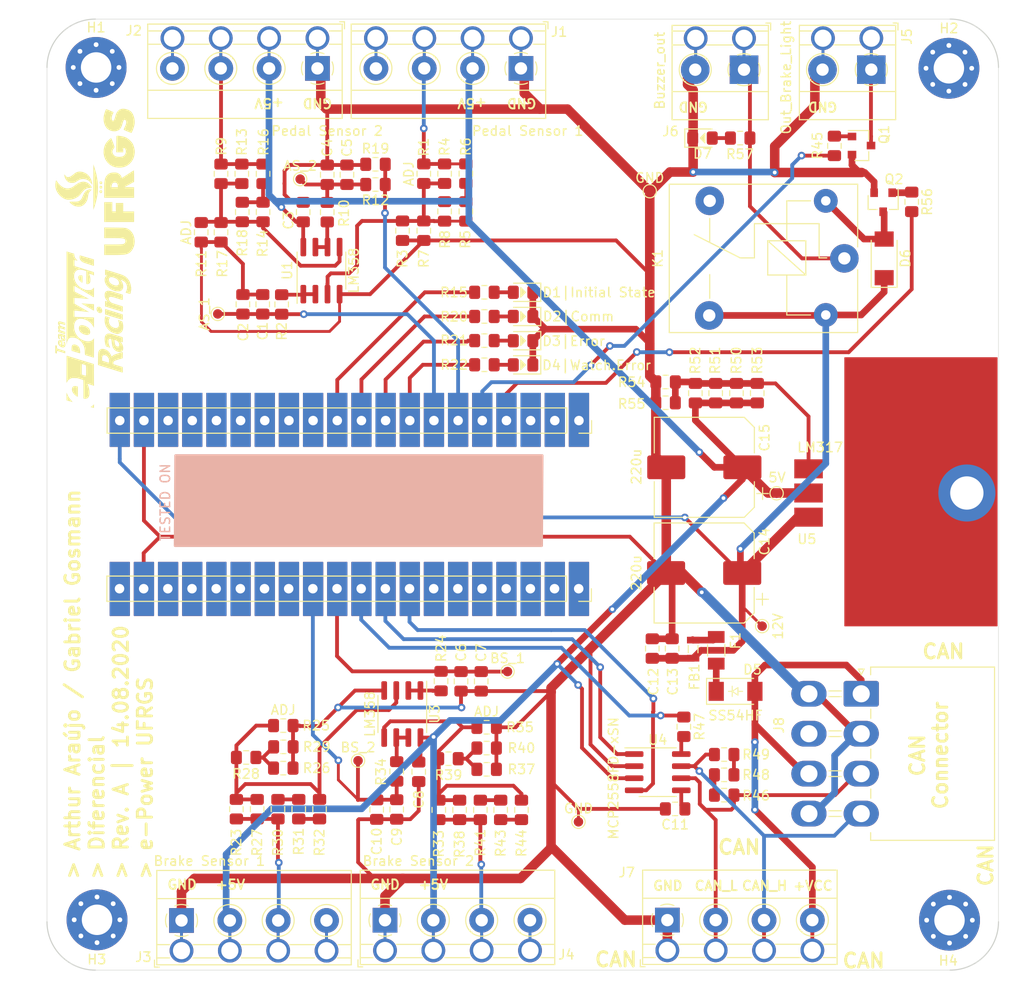
<source format=kicad_pcb>
(kicad_pcb (version 20171130) (host pcbnew "(5.1.4)-1")
  (layers (0 F.Cu signal) (31 B.Cu signal) (34 B.Paste user) (35 F.Paste user) (36 B.SilkS user) (37 F.SilkS user) (38 B.Mask user) (39 F.Mask user) (44 Edge.Cuts user))
  (net 0 "")
  (net 1 /ACC_Sensor_1)
  (net 2 GND)
  (net 3 /ACC_Sensor_2)
  (net 4 +5V)
  (net 5 +12V)
  (net 6 "Net-(D2-Pad2)")
  (net 7 "Net-(D3-Pad2)")
  (net 8 "Net-(D4-Pad2)")
  (net 9 "Net-(F1-Pad1)")
  (net 10 "Net-(J1-Pad3)")
  (net 11 "Net-(J2-Pad3)")
  (net 12 /CAN_H)
  (net 13 /CAN_L)
  (net 14 "Net-(R1-Pad1)")
  (net 15 "Net-(R20-Pad2)")
  (net 16 /S)
  (net 17 /RX)
  (net 18 /TX)
  (net 19 /Input_Power)
  (net 20 "Net-(J5-Pad1)")
  (net 21 /Ready_to_Drive)
  (net 22 "Net-(D6-Pad2)")
  (net 23 /Brake_Sensor_1)
  (net 24 "Net-(D7-Pad2)")
  (net 25 "Net-(R21-Pad2)")
  (net 26 "Net-(R22-Pad2)")
  (net 27 /Brake_Light)
  (net 28 "Net-(R33-Pad1)")
  (net 29 /Brake_Sensor_2)
  (net 30 "Net-(R41-Pad2)")
  (net 31 "Net-(D1-Pad2)")
  (net 32 "Net-(J3-Pad3)")
  (net 33 "Net-(J4-Pad3)")
  (net 34 "Net-(R11-Pad2)")
  (net 35 "Net-(R10-Pad1)")
  (net 36 "Net-(R15-Pad2)")
  (net 37 "Net-(R37-Pad1)")
  (net 38 "Net-(R47-Pad2)")
  (net 39 "Net-(R50-Pad2)")
  (net 40 "Net-(C4-Pad2)")
  (net 41 "Net-(C11-Pad1)")
  (net 42 "Net-(D5-Pad1)")
  (net 43 "Net-(J6-Pad1)")
  (net 44 "Net-(R2-Pad1)")
  (net 45 "Net-(R5-Pad1)")
  (net 46 "Net-(R14-Pad1)")
  (net 47 "Net-(R23-Pad1)")
  (net 48 "Net-(R24-Pad1)")
  (net 49 "Net-(R26-Pad1)")
  (net 50 "Net-(R30-Pad2)")
  (net 51 "Net-(R31-Pad2)")
  (net 52 "Net-(R34-Pad1)")
  (net 53 "Net-(R43-Pad2)")
  (net 54 "Net-(R46-Pad1)")
  (net 55 "Net-(R48-Pad1)")
  (net 56 "Net-(H1-Pad1)")
  (net 57 "Net-(H2-Pad1)")
  (net 58 "Net-(H3-Pad1)")
  (net 59 "Net-(H4-Pad1)")
  (net 60 "Net-(Q1-Pad1)")
  (net 61 "Net-(Q2-Pad1)")
  (module Capacitor_SMD:C_0805_2012Metric_Pad1.15x1.40mm_HandSolder (layer F.Cu) (at 130.7475 134.4364 90)
    (fp_text reference C13 (at -3.4856 0.0625 90) (layer F.SilkS))
    (fp_text value 10n)
    (pad 2 smd roundrect (at 1.025 0 90) (size 1.15 1.4) (layers F.Cu F.Paste F.Mask) (roundrect_rratio 0.217391) (net 2 GND))
    (pad 1 smd roundrect (at -1.025 0 90) (size 1.15 1.4) (layers F.Cu F.Paste F.Mask) (roundrect_rratio 0.217391) (net 5 +12V))
  )
  (module Capacitor_SMD:C_0805_2012Metric_Pad1.15x1.40mm_HandSolder (layer F.Cu) (at 128.6647 134.4364 90)
    (fp_text reference C12 (at -3.4856 0.1133 90) (layer F.SilkS))
    (fp_text value 100n)
    (pad 2 smd roundrect (at 1.025 0 90) (size 1.15 1.4) (layers F.Cu F.Paste F.Mask) (roundrect_rratio 0.217391) (net 2 GND))
    (pad 1 smd roundrect (at -1.025 0 90) (size 1.15 1.4) (layers F.Cu F.Paste F.Mask) (roundrect_rratio 0.217391) (net 5 +12V))
  )
  (module e-Power:FUSE_1206_3216Metric (layer F.Cu) (at 135.382 134.62 270)
    (fp_text reference F1 (at -1.016 -2.032 90) (layer F.SilkS))
    (fp_text value Fuse)
    (pad 2 smd trapezoid (at 1.4 0 270) (size 1.25 1.75) (layers F.Cu F.Paste F.Mask) (net 42 "Net-(D5-Pad1)"))
    (pad 1 smd trapezoid (at -1.4 0 270) (size 1.25 1.75) (layers F.Cu F.Paste F.Mask) (net 9 "Net-(F1-Pad1)"))
  )
  (module e-Power:FB_0805_2012Metric (layer F.Cu) (at 132.9553 134.4988 90)
    (fp_text reference FB1 (at -2.9152 0.1407 90) (layer F.SilkS))
    (fp_text value Ferrite_Bead)
    (pad 2 smd trapezoid (at 0.9525 0 90) (size 0.7 1.3) (layers F.Cu F.Paste F.Mask) (net 9 "Net-(F1-Pad1)"))
    (pad 1 smd trapezoid (at -0.9525 0 90) (size 0.7 1.3) (layers F.Cu F.Paste F.Mask) (net 5 +12V))
  )
  (module e-Power:DO-214AC (layer F.Cu) (at 137.414 138.938)
    (fp_text reference D5 (at 1.778 -2.286) (layer F.SilkS))
    (fp_text value SS54HF (at 0 2.54) (layer F.SilkS))
    (pad 1 smd rect (at -2.032 0) (size 1.6 2) (layers F.Cu F.Paste F.Mask) (net 42 "Net-(D5-Pad1)"))
    (pad 2 smd rect (at 2.032 0) (size 1.6 2) (layers F.Cu F.Paste F.Mask) (net 19 /Input_Power))
  )
  (module Capacitor_SMD:CP_Elec_10x10 (layer F.Cu) (at 134.1316 115.3785 180)
    (fp_text reference C15 (at -6.3304 3.1105 270) (layer F.SilkS))
    (fp_text value 220u (at 7.1316 0.0625 90) (layer F.SilkS))
    (pad 2 smd roundrect (at 4 0 180) (size 4 2.5) (layers F.Cu F.Paste F.Mask) (roundrect_rratio 0.1) (net 2 GND))
    (pad 1 smd roundrect (at -4 0 180) (size 4 2.5) (layers F.Cu F.Paste F.Mask) (roundrect_rratio 0.1) (net 4 +5V))
  )
  (module Capacitor_SMD:CP_Elec_10x10 (layer F.Cu) (at 134.112 126.492 180)
    (fp_text reference C14 (at -6.35 3.302 90) (layer F.SilkS))
    (fp_text value 220u (at 7.112 0 90) (layer F.SilkS))
    (pad 2 smd roundrect (at 4 0 180) (size 4 2.5) (layers F.Cu F.Paste F.Mask) (roundrect_rratio 0.1) (net 2 GND))
    (pad 1 smd roundrect (at -4 0 180) (size 4 2.5) (layers F.Cu F.Paste F.Mask) (roundrect_rratio 0.1) (net 5 +12V))
  )
  (module e-Power:Molex_Mini-Fit_Jr_2x04_P4.20mm_Horizontal (layer F.Cu) (at 150.622 139.192 270)
    (fp_text reference J8 (at 3.302 8.636 90) (layer F.SilkS))
    (fp_text value CAN_1)
    (pad 8 thru_hole oval (at 12.6 5.5 270) (size 2.7 3.7) (drill 1.8) (layers *.Cu *.Mask) (net 2 GND))
    (pad 7 thru_hole oval (at 8.4 5.5 270) (size 2.7 3.7) (drill 1.8) (layers *.Cu *.Mask) (net 19 /Input_Power))
    (pad 6 thru_hole oval (at 4.2 5.5 270) (size 2.7 3.7) (drill 1.8) (layers *.Cu *.Mask))
    (pad 5 thru_hole oval (at 0 5.5 270) (size 2.7 3.7) (drill 1.8) (layers *.Cu *.Mask) (net 2 GND))
    (pad 4 thru_hole oval (at 12.6 0 270) (size 2.7 3.7) (drill 1.8) (layers *.Cu *.Mask) (net 12 /CAN_H))
    (pad 3 thru_hole oval (at 8.4 0 270) (size 2.7 3.7) (drill 1.8) (layers *.Cu *.Mask) (net 13 /CAN_L))
    (pad 2 thru_hole oval (at 4.2 0 270) (size 2.7 3.7) (drill 1.8) (layers *.Cu *.Mask) (net 2 GND))
    (pad 1 thru_hole roundrect (at 0 0 270) (size 2.7 3.7) (drill 1.8) (layers *.Cu *.Mask) (roundrect_rratio 0.09259299999999999) (net 19 /Input_Power))
  )
  (module e-Power:TerminalBlock_Phoenix_MKDS-1,5-4-5.08_1x04_P5.08mm_Horizontal (layer F.Cu) (at 130.24612 162.9918)
    (fp_text reference J7 (at -4.26212 -5.0038) (layer F.SilkS))
    (fp_text value Screw_Terminal_01x04)
    (pad 4 thru_hole circle (at 15.24 3.175) (size 2.5 2.5) (drill 1.8) (layers *.Cu *.Mask) (net 19 /Input_Power))
    (pad 3 thru_hole circle (at 10.16 3.175) (size 2.5 2.5) (drill 1.8) (layers *.Cu *.Mask) (net 12 /CAN_H))
    (pad 2 thru_hole circle (at 5.08 3.175) (size 2.5 2.5) (drill 1.8) (layers *.Cu *.Mask) (net 13 /CAN_L))
    (pad 1 thru_hole circle (at 0 3.175) (size 2.5 2.5) (drill 1.8) (layers *.Cu *.Mask) (net 2 GND))
    (pad 4 thru_hole circle (at 15.24 0) (size 2.6 2.6) (drill 1.3) (layers *.Cu *.Mask) (net 19 /Input_Power))
    (pad 3 thru_hole circle (at 10.16 0) (size 2.6 2.6) (drill 1.3) (layers *.Cu *.Mask) (net 12 /CAN_H))
    (pad 2 thru_hole circle (at 5.08 0) (size 2.6 2.6) (drill 1.3) (layers *.Cu *.Mask) (net 13 /CAN_L))
    (pad 1 thru_hole rect (at 0 0) (size 2.6 2.6) (drill 1.3) (layers *.Cu *.Mask) (net 2 GND))
  )
  (module e-Power:TO-220-3_Horizontal_TabDown (layer F.Cu) (at 145.0848 115.53952 270)
    (fp_text reference U5 (at 7.39648 0.1778 180) (layer F.SilkS))
    (fp_text value LM317 (at -2.25552 -1.2192) (layer F.SilkS))
    (pad 2 thru_hole circle (at 2.54 -16.637 270) (size 6 6) (drill 3.5) (layers *.Cu *.Mask) (net 4 +5V) (clearance 0.5))
    (pad 3 smd rect (at 5.08 0 270) (size 2 3) (layers F.Cu F.Mask) (net 5 +12V))
    (pad 2 smd rect (at 2.54 0 270) (size 2 3) (layers F.Cu F.Mask) (net 4 +5V))
    (pad 1 smd rect (at 0 0 270) (size 2 3) (layers F.Cu F.Mask) (net 39 "Net-(R50-Pad2)"))
  )
  (module Package_SO:SOIC-8_3.9x4.9mm_P1.27mm (layer F.Cu) (at 102.3904 141.3229 270)
    (fp_text reference U3 (at 0 -3.4 90) (layer F.SilkS))
    (fp_text value LM358 (at 0 3.4 90) (layer F.SilkS))
    (pad 8 smd roundrect (at 2.475 -1.905 270) (size 1.95 0.6) (layers F.Cu F.Paste F.Mask) (net 4 +5V))
    (pad 7 smd roundrect (at 2.475 -0.635 270) (size 1.95 0.6) (layers F.Cu F.Paste F.Mask) (net 52 "Net-(R34-Pad1)"))
    (pad 6 smd roundrect (at 2.475 0.635 270) (size 1.95 0.6) (layers F.Cu F.Paste F.Mask) (net 52 "Net-(R34-Pad1)"))
    (pad 5 smd roundrect (at 2.475 1.905 270) (size 1.95 0.6) (layers F.Cu F.Paste F.Mask) (net 28 "Net-(R33-Pad1)"))
    (pad 4 smd roundrect (at -2.475 1.905 270) (size 1.95 0.6) (layers F.Cu F.Paste F.Mask) (net 2 GND))
    (pad 3 smd roundrect (at -2.475 0.635 270) (size 1.95 0.6) (layers F.Cu F.Paste F.Mask) (net 47 "Net-(R23-Pad1)"))
    (pad 2 smd roundrect (at -2.475 -0.635 270) (size 1.95 0.6) (layers F.Cu F.Paste F.Mask) (net 48 "Net-(R24-Pad1)"))
    (pad 1 smd roundrect (at -2.475 -1.905 270) (size 1.95 0.6) (layers F.Cu F.Paste F.Mask) (net 48 "Net-(R24-Pad1)"))
  )
  (module Package_SO:SOIC-8_3.9x4.9mm_P1.27mm (layer F.Cu) (at 93.8927 94.695 90)
    (fp_text reference U1 (at 0.0165 -3.5957 90) (layer F.SilkS))
    (fp_text value LM358 (at 0 3.4 90) (layer F.SilkS))
    (pad 8 smd roundrect (at 2.475 -1.905 90) (size 1.95 0.6) (layers F.Cu F.Paste F.Mask) (net 4 +5V))
    (pad 7 smd roundrect (at 2.475 -0.635 90) (size 1.95 0.6) (layers F.Cu F.Paste F.Mask) (net 35 "Net-(R10-Pad1)"))
    (pad 6 smd roundrect (at 2.475 0.635 90) (size 1.95 0.6) (layers F.Cu F.Paste F.Mask) (net 35 "Net-(R10-Pad1)"))
    (pad 5 smd roundrect (at 2.475 1.905 90) (size 1.95 0.6) (layers F.Cu F.Paste F.Mask) (net 34 "Net-(R11-Pad2)"))
    (pad 4 smd roundrect (at -2.475 1.905 90) (size 1.95 0.6) (layers F.Cu F.Paste F.Mask) (net 2 GND))
    (pad 3 smd roundrect (at -2.475 0.635 90) (size 1.95 0.6) (layers F.Cu F.Paste F.Mask) (net 14 "Net-(R1-Pad1)"))
    (pad 2 smd roundrect (at -2.475 -0.635 90) (size 1.95 0.6) (layers F.Cu F.Paste F.Mask) (net 44 "Net-(R2-Pad1)"))
    (pad 1 smd roundrect (at -2.475 -1.905 90) (size 1.95 0.6) (layers F.Cu F.Paste F.Mask) (net 44 "Net-(R2-Pad1)"))
  )
  (module e-Power:TestPoint_Pad_D1.0mm (layer F.Cu) (at 128.397 86.34476)
    (fp_text reference TP9)
    (fp_text value GND (at 0 -1.397) (layer F.SilkS))
    (pad 1 smd circle (at 0 0) (size 1 1) (layers F.Cu F.Mask) (net 2 GND))
  )
  (module e-Power:TestPoint_Pad_D1.0mm (layer F.Cu) (at 97.7392 146.2278)
    (fp_text reference TP7)
    (fp_text value BS_2 (at 0 -1.397) (layer F.SilkS))
    (pad 1 smd circle (at 0 0) (size 1 1) (layers F.Cu F.Mask) (net 29 /Brake_Sensor_2))
  )
  (module e-Power:TestPoint_Pad_D1.0mm (layer F.Cu) (at 113.4491 136.8552)
    (fp_text reference TP6)
    (fp_text value BS_1 (at 0 -1.397) (layer F.SilkS))
    (pad 1 smd circle (at 0 0) (size 1 1) (layers F.Cu F.Mask) (net 23 /Brake_Sensor_1))
  )
  (module e-Power:TestPoint_Pad_D1.0mm (layer F.Cu) (at 120.904 152.654)
    (fp_text reference TP5)
    (fp_text value GND (at 0 -1.397) (layer F.SilkS))
    (pad 1 smd circle (at 0 0) (size 1 1) (layers F.Cu F.Mask) (net 2 GND))
  )
  (module e-Power:TestPoint_Pad_D1.0mm (layer F.Cu) (at 91.6559 85.0773)
    (fp_text reference TP4)
    (fp_text value AS_2 (at 0 -1.397) (layer F.SilkS))
    (pad 1 smd circle (at 0 0) (size 1 1) (layers F.Cu F.Mask) (net 40 "Net-(C4-Pad2)"))
  )
  (module e-Power:TestPoint_Pad_D1.0mm (layer F.Cu) (at 82.9945 99.2505 90)
    (fp_text reference TP3)
    (fp_text value AS_1 (at 0 -1.397 90) (layer F.SilkS))
    (pad 1 smd circle (at 0 0 90) (size 1 1) (layers F.Cu F.Mask) (net 1 /ACC_Sensor_1))
  )
  (module Package_TO_SOT_SMD:SOT-23 (layer F.Cu) (at 152.9264 87.5058 270)
    (fp_text reference Q2 (at -2.4158 -1.1373 180) (layer F.SilkS))
    (fp_text value MMBT3904)
    (pad 3 smd rect (at 1 0 270) (size 0.9 0.8) (layers F.Cu F.Paste F.Mask) (net 22 "Net-(D6-Pad2)"))
    (pad 2 smd rect (at -1 0.95 270) (size 0.9 0.8) (layers F.Cu F.Paste F.Mask) (net 2 GND))
    (pad 1 smd rect (at -1 -0.95 270) (size 0.9 0.8) (layers F.Cu F.Paste F.Mask) (net 61 "Net-(Q2-Pad1)"))
  )
  (module Package_TO_SOT_SMD:SOT-23 (layer F.Cu) (at 150.6512 81.5451)
    (fp_text reference Q1 (at 2.3838 -1.1541 90) (layer F.SilkS))
    (fp_text value MMBT3904)
    (pad 3 smd rect (at 1 0) (size 0.9 0.8) (layers F.Cu F.Paste F.Mask) (net 20 "Net-(J5-Pad1)"))
    (pad 2 smd rect (at -1 0.95) (size 0.9 0.8) (layers F.Cu F.Paste F.Mask) (net 2 GND))
    (pad 1 smd rect (at -1 -0.95) (size 0.9 0.8) (layers F.Cu F.Paste F.Mask) (net 60 "Net-(Q1-Pad1)"))
  )
  (module e-Power:Logo_e-Power_16.5x8.0mm_SilkS (layer F.Cu) (at 69.9008 100.93452 90)
    (fp_text reference G2 hide)
    (fp_text value Logo_e-Power_Large hide)
  )
  (module e-Power:Logo_UFRGS_14.7x8.0mm_SilkS (layer F.Cu) (at 70.08876 85.344 90)
    (fp_text reference G1 hide)
    (fp_text value Logo_UFRGS_Large hide)
  )
  (module e-Power:TerminalBlock_Phoenix_MKDS-1,5-4-5.08_1x04_P5.08mm_Horizontal (layer F.Cu) (at 100.5713 163.0045)
    (fp_text reference J4 (at 19.0627 3.6195) (layer F.SilkS))
    (fp_text value "Brake Sensor 2" (at 3.51282 -6.2357) (layer F.SilkS))
    (fp_line (start 15.24 3.175) (end 15.24 0) (layer B.Cu) (width 0.3))
    (fp_line (start 15.24 3.175) (end 15.24 0) (layer F.Cu) (width 0.3))
    (fp_line (start 10.16 3.175) (end 10.16 0) (layer F.Cu) (width 0.3))
    (fp_line (start 10.16 3.175) (end 10.16 0) (layer B.Cu) (width 0.3))
    (fp_line (start 5.08 3.175) (end 5.08 0) (layer F.Cu) (width 0.3))
    (fp_line (start 5.08 3.175) (end 5.08 0) (layer B.Cu) (width 0.3))
    (fp_line (start 0 3.175) (end 0 0) (layer B.Cu) (width 0.3))
    (fp_line (start 0 3.175) (end 0 0) (layer F.Cu) (width 0.3))
    (pad 4 thru_hole circle (at 15.24 3.175) (size 2.5 2.5) (drill 1.8) (layers *.Cu *.Mask))
    (pad 3 thru_hole circle (at 10.16 3.175) (size 2.5 2.5) (drill 1.8) (layers *.Cu *.Mask) (net 33 "Net-(J4-Pad3)"))
    (pad 2 thru_hole circle (at 5.08 3.175) (size 2.5 2.5) (drill 1.8) (layers *.Cu *.Mask) (net 4 +5V))
    (pad 1 thru_hole circle (at 0 3.175) (size 2.5 2.5) (drill 1.8) (layers *.Cu *.Mask) (net 2 GND))
    (pad 4 thru_hole circle (at 15.24 0) (size 2.6 2.6) (drill 1.3) (layers *.Cu *.Mask))
    (pad 3 thru_hole circle (at 10.16 0) (size 2.6 2.6) (drill 1.3) (layers *.Cu *.Mask) (net 33 "Net-(J4-Pad3)"))
    (pad 2 thru_hole circle (at 5.08 0) (size 2.6 2.6) (drill 1.3) (layers *.Cu *.Mask) (net 4 +5V))
    (pad 1 thru_hole rect (at 0 0) (size 2.6 2.6) (drill 1.3) (layers *.Cu *.Mask) (net 2 GND))
  )
  (module e-Power:TerminalBlock_Phoenix_MKDS-1,5-4-5.08_1x04_P5.08mm_Horizontal (layer F.Cu) (at 79.1845 163.0299)
    (fp_text reference J3 (at -4.0005 3.8481) (layer F.SilkS))
    (fp_text value "Brake Sensor 1" (at 2.92862 -6.2611) (layer F.SilkS))
    (fp_line (start 15.24 3.175) (end 15.24 0) (layer B.Cu) (width 0.3))
    (fp_line (start 15.24 3.175) (end 15.24 0) (layer F.Cu) (width 0.3))
    (fp_line (start 10.16 3.175) (end 10.16 0) (layer F.Cu) (width 0.3))
    (fp_line (start 10.16 3.175) (end 10.16 0) (layer B.Cu) (width 0.3))
    (fp_line (start 5.08 3.175) (end 5.08 0) (layer F.Cu) (width 0.3))
    (fp_line (start 5.08 3.175) (end 5.08 0) (layer B.Cu) (width 0.3))
    (fp_line (start 0 3.175) (end 0 0) (layer B.Cu) (width 0.3))
    (fp_line (start 0 3.175) (end 0 0) (layer F.Cu) (width 0.3))
    (pad 4 thru_hole circle (at 15.24 3.175) (size 2.5 2.5) (drill 1.8) (layers *.Cu *.Mask))
    (pad 3 thru_hole circle (at 10.16 3.175) (size 2.5 2.5) (drill 1.8) (layers *.Cu *.Mask) (net 32 "Net-(J3-Pad3)"))
    (pad 2 thru_hole circle (at 5.08 3.175) (size 2.5 2.5) (drill 1.8) (layers *.Cu *.Mask) (net 4 +5V))
    (pad 1 thru_hole circle (at 0 3.175) (size 2.5 2.5) (drill 1.8) (layers *.Cu *.Mask) (net 2 GND))
    (pad 4 thru_hole circle (at 15.24 0) (size 2.6 2.6) (drill 1.3) (layers *.Cu *.Mask))
    (pad 3 thru_hole circle (at 10.16 0) (size 2.6 2.6) (drill 1.3) (layers *.Cu *.Mask) (net 32 "Net-(J3-Pad3)"))
    (pad 2 thru_hole circle (at 5.08 0) (size 2.6 2.6) (drill 1.3) (layers *.Cu *.Mask) (net 4 +5V))
    (pad 1 thru_hole rect (at 0 0) (size 2.6 2.6) (drill 1.3) (layers *.Cu *.Mask) (net 2 GND))
  )
  (module e-Power:TerminalBlock_Phoenix_MKDS-1,5-4-5.08_1x04_P5.08mm_Horizontal (layer F.Cu) (at 93.472 73.4314 180)
    (fp_text reference J2 (at 19.304 3.9624) (layer F.SilkS))
    (fp_text value "Pedal Sensor 2" (at -1.016 -6.5786) (layer F.SilkS))
    (fp_line (start 15.24 3.175) (end 15.24 0) (layer B.Cu) (width 0.3))
    (fp_line (start 15.24 3.175) (end 15.24 0) (layer F.Cu) (width 0.3))
    (fp_line (start 10.16 3.175) (end 10.16 0) (layer F.Cu) (width 0.3))
    (fp_line (start 10.16 3.175) (end 10.16 0) (layer B.Cu) (width 0.3))
    (fp_line (start 5.08 3.175) (end 5.08 0) (layer F.Cu) (width 0.3))
    (fp_line (start 5.08 3.175) (end 5.08 0) (layer B.Cu) (width 0.3))
    (fp_line (start 0 3.175) (end 0 0) (layer B.Cu) (width 0.3))
    (fp_line (start 0 3.175) (end 0 0) (layer F.Cu) (width 0.3))
    (pad 4 thru_hole circle (at 15.24 3.175 180) (size 2.5 2.5) (drill 1.8) (layers *.Cu *.Mask))
    (pad 3 thru_hole circle (at 10.16 3.175 180) (size 2.5 2.5) (drill 1.8) (layers *.Cu *.Mask) (net 11 "Net-(J2-Pad3)"))
    (pad 2 thru_hole circle (at 5.08 3.175 180) (size 2.5 2.5) (drill 1.8) (layers *.Cu *.Mask) (net 4 +5V))
    (pad 1 thru_hole circle (at 0 3.175 180) (size 2.5 2.5) (drill 1.8) (layers *.Cu *.Mask) (net 2 GND))
    (pad 4 thru_hole circle (at 15.24 0 180) (size 2.6 2.6) (drill 1.3) (layers *.Cu *.Mask))
    (pad 3 thru_hole circle (at 10.16 0 180) (size 2.6 2.6) (drill 1.3) (layers *.Cu *.Mask) (net 11 "Net-(J2-Pad3)"))
    (pad 2 thru_hole circle (at 5.08 0 180) (size 2.6 2.6) (drill 1.3) (layers *.Cu *.Mask) (net 4 +5V))
    (pad 1 thru_hole rect (at 0 0 180) (size 2.6 2.6) (drill 1.3) (layers *.Cu *.Mask) (net 2 GND))
  )
  (module e-Power:TerminalBlock_Phoenix_MKDS-1,5-4-5.08_1x04_P5.08mm_Horizontal (layer F.Cu) (at 114.8588 73.4314 180)
    (fp_text reference J1 (at -4.0132 3.8354) (layer F.SilkS))
    (fp_text value "Pedal Sensor 1" (at -0.7112 -6.5786) (layer F.SilkS))
    (fp_line (start 15.24 3.175) (end 15.24 0) (layer B.Cu) (width 0.3))
    (fp_line (start 15.24 3.175) (end 15.24 0) (layer F.Cu) (width 0.3))
    (fp_line (start 10.16 3.175) (end 10.16 0) (layer F.Cu) (width 0.3))
    (fp_line (start 10.16 3.175) (end 10.16 0) (layer B.Cu) (width 0.3))
    (fp_line (start 5.08 3.175) (end 5.08 0) (layer F.Cu) (width 0.3))
    (fp_line (start 5.08 3.175) (end 5.08 0) (layer B.Cu) (width 0.3))
    (fp_line (start 0 3.175) (end 0 0) (layer B.Cu) (width 0.3))
    (fp_line (start 0 3.175) (end 0 0) (layer F.Cu) (width 0.3))
    (pad 4 thru_hole circle (at 15.24 3.175 180) (size 2.5 2.5) (drill 1.8) (layers *.Cu *.Mask))
    (pad 3 thru_hole circle (at 10.16 3.175 180) (size 2.5 2.5) (drill 1.8) (layers *.Cu *.Mask) (net 10 "Net-(J1-Pad3)"))
    (pad 2 thru_hole circle (at 5.08 3.175 180) (size 2.5 2.5) (drill 1.8) (layers *.Cu *.Mask) (net 4 +5V))
    (pad 1 thru_hole circle (at 0 3.175 180) (size 2.5 2.5) (drill 1.8) (layers *.Cu *.Mask) (net 2 GND))
    (pad 4 thru_hole circle (at 15.24 0 180) (size 2.6 2.6) (drill 1.3) (layers *.Cu *.Mask))
    (pad 3 thru_hole circle (at 10.16 0 180) (size 2.6 2.6) (drill 1.3) (layers *.Cu *.Mask) (net 10 "Net-(J1-Pad3)"))
    (pad 2 thru_hole circle (at 5.08 0 180) (size 2.6 2.6) (drill 1.3) (layers *.Cu *.Mask) (net 4 +5V))
    (pad 1 thru_hole rect (at 0 0 180) (size 2.6 2.6) (drill 1.3) (layers *.Cu *.Mask) (net 2 GND))
  )
  (module e-Power:TerminalBlock_Phoenix_MKDS-1,5-2_1x02_P5.08mm_Horizontal (layer F.Cu) (at 151.6805 73.5621 180)
    (fp_text reference J5 (at -3.746 3.482 90) (layer F.SilkS))
    (fp_text value Out_Brake_Light (at 8.954 -0.836 90) (layer F.SilkS))
    (fp_line (start 5.08 3.302) (end 5.08 0) (layer B.Cu) (width 0.3))
    (fp_line (start 0 3.302) (end 0 0) (layer B.Cu) (width 0.3))
    (fp_line (start 5.08 3.302) (end 5.08 0) (layer F.Cu) (width 0.3))
    (fp_line (start 0 3.302) (end 0 0) (layer F.Cu) (width 0.3))
    (pad 2 thru_hole circle (at 5.08 3.302 180) (size 2.5 2.5) (drill 1.8) (layers *.Cu *.Mask) (net 2 GND))
    (pad 1 thru_hole circle (at 0 3.302 180) (size 2.5 2.5) (drill 1.8) (layers *.Cu *.Mask) (net 20 "Net-(J5-Pad1)"))
    (pad 2 thru_hole circle (at 5.127 0 180) (size 3 3) (drill 1.3) (layers *.Cu *.Mask) (net 2 GND))
    (pad 1 thru_hole rect (at 0 0 180) (size 3 3) (drill 1.3) (layers *.Cu *.Mask) (net 20 "Net-(J5-Pad1)"))
  )
  (module e-Power:TerminalBlock_Phoenix_MKDS-1,5-2_1x02_P5.08mm_Horizontal (layer F.Cu) (at 138.3023 73.5686 180)
    (fp_text reference J6 (at 7.72 -6.48 180) (layer F.SilkS))
    (fp_text value Buzzer_out (at 8.8512 -0.1041 90) (layer F.SilkS))
    (fp_line (start 5.08 3.302) (end 5.08 0) (layer B.Cu) (width 0.3))
    (fp_line (start 0 3.302) (end 0 0) (layer B.Cu) (width 0.3))
    (fp_line (start 5.08 3.302) (end 5.08 0) (layer F.Cu) (width 0.3))
    (fp_line (start 0 3.302) (end 0 0) (layer F.Cu) (width 0.3))
    (pad 2 thru_hole circle (at 5.08 3.302 180) (size 2.5 2.5) (drill 1.8) (layers *.Cu *.Mask) (net 2 GND))
    (pad 1 thru_hole circle (at 0 3.302 180) (size 2.5 2.5) (drill 1.8) (layers *.Cu *.Mask) (net 43 "Net-(J6-Pad1)"))
    (pad 2 thru_hole circle (at 5.127 0 180) (size 3 3) (drill 1.3) (layers *.Cu *.Mask) (net 2 GND))
    (pad 1 thru_hole rect (at 0 0 180) (size 3 3) (drill 1.3) (layers *.Cu *.Mask) (net 43 "Net-(J6-Pad1)"))
  )
  (module e-Power:UFRGS_PILL (layer F.Cu) (at 120.9548 128.1684 90)
    (fp_text reference U2 hide)
    (fp_text value UFRGS_PILL)
    (fp_poly (pts (xy 20.574 -26.924) (xy 14.986 -26.924) (xy 14.986 -28.956) (xy 20.574 -28.956)) (layer B.Cu) (width 0.1))
    (fp_poly (pts (xy 20.574 -14.224) (xy 14.986 -14.224) (xy 14.986 -16.256) (xy 20.574 -16.256)) (layer B.Cu) (width 0.1))
    (fp_poly (pts (xy 20.574 -32.004) (xy 14.986 -32.004) (xy 14.986 -34.036) (xy 20.574 -34.036)) (layer F.Cu) (width 0.1))
    (fp_poly (pts (xy 20.574 -9.144) (xy 14.986 -9.144) (xy 14.986 -11.176) (xy 20.574 -11.176)) (layer B.Cu) (width 0.1))
    (fp_poly (pts (xy 20.574 -37.084) (xy 14.986 -37.084) (xy 14.986 -39.116) (xy 20.574 -39.116)) (layer F.Cu) (width 0.1))
    (fp_poly (pts (xy 20.574 -11.684) (xy 14.986 -11.684) (xy 14.986 -13.716) (xy 20.574 -13.716)) (layer F.Cu) (width 0.1))
    (fp_poly (pts (xy 20.574 -29.464) (xy 14.986 -29.464) (xy 14.986 -31.496) (xy 20.574 -31.496)) (layer F.Cu) (width 0.1))
    (fp_poly (pts (xy 20.574 -24.384) (xy 14.986 -24.384) (xy 14.986 -26.416) (xy 20.574 -26.416)) (layer B.Cu) (width 0.1))
    (fp_poly (pts (xy 20.574 -16.764) (xy 14.986 -16.764) (xy 14.986 -18.796) (xy 20.574 -18.796)) (layer B.Cu) (width 0.1))
    (fp_poly (pts (xy 20.574 -16.764) (xy 14.986 -16.764) (xy 14.986 -18.796) (xy 20.574 -18.796)) (layer F.Cu) (width 0.1))
    (fp_poly (pts (xy 20.574 -14.224) (xy 14.986 -14.224) (xy 14.986 -16.256) (xy 20.574 -16.256)) (layer F.Cu) (width 0.1))
    (fp_poly (pts (xy 20.574 -11.684) (xy 14.986 -11.684) (xy 14.986 -13.716) (xy 20.574 -13.716)) (layer B.Cu) (width 0.1))
    (fp_poly (pts (xy 20.574 -29.464) (xy 14.986 -29.464) (xy 14.986 -31.496) (xy 20.574 -31.496)) (layer B.Cu) (width 0.1))
    (fp_poly (pts (xy 20.574 -19.304) (xy 14.986 -19.304) (xy 14.986 -21.336) (xy 20.574 -21.336)) (layer B.Cu) (width 0.1))
    (fp_poly (pts (xy 20.574 -24.384) (xy 14.986 -24.384) (xy 14.986 -26.416) (xy 20.574 -26.416)) (layer F.Cu) (width 0.1))
    (fp_poly (pts (xy 20.574 -37.084) (xy 14.986 -37.084) (xy 14.986 -39.116) (xy 20.574 -39.116)) (layer B.Cu) (width 0.1))
    (fp_poly (pts (xy 20.574 -34.544) (xy 14.986 -34.544) (xy 14.986 -36.576) (xy 20.574 -36.576)) (layer F.Cu) (width 0.1))
    (fp_poly (pts (xy 20.574 -26.924) (xy 14.986 -26.924) (xy 14.986 -28.956) (xy 20.574 -28.956)) (layer F.Cu) (width 0.1))
    (fp_poly (pts (xy 20.574 -32.004) (xy 14.986 -32.004) (xy 14.986 -34.036) (xy 20.574 -34.036)) (layer B.Cu) (width 0.1))
    (fp_poly (pts (xy 20.574 -34.544) (xy 14.986 -34.544) (xy 14.986 -36.576) (xy 20.574 -36.576)) (layer B.Cu) (width 0.1))
    (fp_poly (pts (xy 20.574 -21.844) (xy 14.986 -21.844) (xy 14.986 -23.876) (xy 20.574 -23.876)) (layer F.Cu) (width 0.1))
    (fp_poly (pts (xy 20.574 -4.064) (xy 14.986 -4.064) (xy 14.986 -6.096) (xy 20.574 -6.096)) (layer F.Cu) (width 0.1))
    (fp_poly (pts (xy 20.574 -9.144) (xy 14.986 -9.144) (xy 14.986 -11.176) (xy 20.574 -11.176)) (layer F.Cu) (width 0.1))
    (fp_poly (pts (xy 20.574 -4.064) (xy 14.986 -4.064) (xy 14.986 -6.096) (xy 20.574 -6.096)) (layer B.Cu) (width 0.1))
    (fp_poly (pts (xy 20.574 -6.604) (xy 14.986 -6.604) (xy 14.986 -8.636) (xy 20.574 -8.636)) (layer B.Cu) (width 0.1))
    (fp_poly (pts (xy 20.574 -19.304) (xy 14.986 -19.304) (xy 14.986 -21.336) (xy 20.574 -21.336)) (layer F.Cu) (width 0.1))
    (fp_poly (pts (xy 20.574 -21.844) (xy 14.986 -21.844) (xy 14.986 -23.876) (xy 20.574 -23.876)) (layer B.Cu) (width 0.1))
    (fp_poly (pts (xy 20.574 -6.604) (xy 14.986 -6.604) (xy 14.986 -8.636) (xy 20.574 -8.636)) (layer F.Cu) (width 0.1))
    (fp_poly (pts (xy 20.574 -1.524) (xy 14.986 -1.524) (xy 14.986 -3.556) (xy 20.574 -3.556)) (layer B.Cu) (width 0.1))
    (fp_poly (pts (xy 20.574 1.016) (xy 14.986 1.016) (xy 14.986 -1.016) (xy 20.574 -1.016)) (layer F.Cu) (width 0.1))
    (fp_poly (pts (xy 20.574 -1.524) (xy 14.986 -1.524) (xy 14.986 -3.556) (xy 20.574 -3.556)) (layer F.Cu) (width 0.1))
    (fp_poly (pts (xy 20.574 1.016) (xy 14.986 1.016) (xy 14.986 -1.016) (xy 20.574 -1.016)) (layer B.Cu) (width 0.1))
    (fp_poly (pts (xy 20.574 -47.244) (xy 14.986 -47.244) (xy 14.986 -49.276) (xy 20.574 -49.276)) (layer B.Cu) (width 0.1))
    (fp_poly (pts (xy 20.574 -42.164) (xy 14.986 -42.164) (xy 14.986 -44.196) (xy 20.574 -44.196)) (layer B.Cu) (width 0.1))
    (fp_poly (pts (xy 20.574 -44.704) (xy 14.986 -44.704) (xy 14.986 -46.736) (xy 20.574 -46.736)) (layer B.Cu) (width 0.1))
    (fp_poly (pts (xy 20.574 -39.624) (xy 14.986 -39.624) (xy 14.986 -41.656) (xy 20.574 -41.656)) (layer F.Cu) (width 0.1))
    (fp_poly (pts (xy 20.574 -39.624) (xy 14.986 -39.624) (xy 14.986 -41.656) (xy 20.574 -41.656)) (layer B.Cu) (width 0.1))
    (fp_poly (pts (xy 20.574 -42.164) (xy 14.986 -42.164) (xy 14.986 -44.196) (xy 20.574 -44.196)) (layer F.Cu) (width 0.1))
    (fp_poly (pts (xy 20.574 -44.704) (xy 14.986 -44.704) (xy 14.986 -46.736) (xy 20.574 -46.736)) (layer F.Cu) (width 0.1))
    (fp_poly (pts (xy 20.574 -47.244) (xy 14.986 -47.244) (xy 14.986 -49.276) (xy 20.574 -49.276)) (layer F.Cu) (width 0.1))
    (fp_poly (pts (xy 2.794 -42.164) (xy -2.794 -42.164) (xy -2.794 -44.196) (xy 2.794 -44.196)) (layer F.Cu) (width 0.1))
    (fp_poly (pts (xy 2.794 -47.244) (xy -2.794 -47.244) (xy -2.794 -49.276) (xy 2.794 -49.276)) (layer F.Cu) (width 0.1))
    (fp_poly (pts (xy 2.794 -39.624) (xy -2.794 -39.624) (xy -2.794 -41.656) (xy 2.794 -41.656)) (layer F.Cu) (width 0.1))
    (fp_poly (pts (xy 2.794 -39.624) (xy -2.794 -39.624) (xy -2.794 -41.656) (xy 2.794 -41.656)) (layer B.Cu) (width 0.1))
    (fp_poly (pts (xy 2.794 -47.244) (xy -2.794 -47.244) (xy -2.794 -49.276) (xy 2.794 -49.276)) (layer B.Cu) (width 0.1))
    (fp_poly (pts (xy 2.794 -44.704) (xy -2.794 -44.704) (xy -2.794 -46.736) (xy 2.794 -46.736)) (layer F.Cu) (width 0.1))
    (fp_poly (pts (xy 2.794 -42.164) (xy -2.794 -42.164) (xy -2.794 -44.196) (xy 2.794 -44.196)) (layer B.Cu) (width 0.1))
    (fp_poly (pts (xy 2.794 -44.704) (xy -2.794 -44.704) (xy -2.794 -46.736) (xy 2.794 -46.736)) (layer B.Cu) (width 0.1))
    (fp_poly (pts (xy 2.794 -37.084) (xy -2.794 -37.084) (xy -2.794 -39.116) (xy 2.794 -39.116)) (layer F.Cu) (width 0.1))
    (fp_poly (pts (xy 2.794 -29.464) (xy -2.794 -29.464) (xy -2.794 -31.496) (xy 2.794 -31.496)) (layer B.Cu) (width 0.1))
    (fp_poly (pts (xy 2.794 -29.464) (xy -2.794 -29.464) (xy -2.794 -31.496) (xy 2.794 -31.496)) (layer F.Cu) (width 0.1))
    (fp_poly (pts (xy 2.794 -37.084) (xy -2.794 -37.084) (xy -2.794 -39.116) (xy 2.794 -39.116)) (layer B.Cu) (width 0.1))
    (fp_poly (pts (xy 2.794 -34.544) (xy -2.794 -34.544) (xy -2.794 -36.576) (xy 2.794 -36.576)) (layer F.Cu) (width 0.1))
    (fp_poly (pts (xy 2.794 -34.544) (xy -2.794 -34.544) (xy -2.794 -36.576) (xy 2.794 -36.576)) (layer B.Cu) (width 0.1))
    (fp_poly (pts (xy 2.794 -32.004) (xy -2.794 -32.004) (xy -2.794 -34.036) (xy 2.794 -34.036)) (layer F.Cu) (width 0.1))
    (fp_poly (pts (xy 2.794 -32.004) (xy -2.794 -32.004) (xy -2.794 -34.036) (xy 2.794 -34.036)) (layer B.Cu) (width 0.1))
    (fp_poly (pts (xy 2.794 -24.384) (xy -2.794 -24.384) (xy -2.794 -26.416) (xy 2.794 -26.416)) (layer B.Cu) (width 0.1))
    (fp_poly (pts (xy 2.794 -24.384) (xy -2.794 -24.384) (xy -2.794 -26.416) (xy 2.794 -26.416)) (layer F.Cu) (width 0.1))
    (fp_poly (pts (xy 2.794 -26.924) (xy -2.794 -26.924) (xy -2.794 -28.956) (xy 2.794 -28.956)) (layer B.Cu) (width 0.1))
    (fp_poly (pts (xy 2.794 -26.924) (xy -2.794 -26.924) (xy -2.794 -28.956) (xy 2.794 -28.956)) (layer F.Cu) (width 0.1))
    (fp_poly (pts (xy 2.794 -19.304) (xy -2.794 -19.304) (xy -2.794 -21.336) (xy 2.794 -21.336)) (layer B.Cu) (width 0.1))
    (fp_poly (pts (xy 2.794 -19.304) (xy -2.794 -19.304) (xy -2.794 -21.336) (xy 2.794 -21.336)) (layer F.Cu) (width 0.1))
    (fp_poly (pts (xy 2.794 -21.844) (xy -2.794 -21.844) (xy -2.794 -23.876) (xy 2.794 -23.876)) (layer B.Cu) (width 0.1))
    (fp_poly (pts (xy 2.794 -21.844) (xy -2.794 -21.844) (xy -2.794 -23.876) (xy 2.794 -23.876)) (layer F.Cu) (width 0.1))
    (fp_poly (pts (xy 2.794 -14.224) (xy -2.794 -14.224) (xy -2.794 -16.256) (xy 2.794 -16.256)) (layer B.Cu) (width 0.1))
    (fp_poly (pts (xy 2.794 -14.224) (xy -2.794 -14.224) (xy -2.794 -16.256) (xy 2.794 -16.256)) (layer F.Cu) (width 0.1))
    (fp_poly (pts (xy 2.794 -16.764) (xy -2.794 -16.764) (xy -2.794 -18.796) (xy 2.794 -18.796)) (layer B.Cu) (width 0.1))
    (fp_poly (pts (xy 2.794 -16.764) (xy -2.794 -16.764) (xy -2.794 -18.796) (xy 2.794 -18.796)) (layer F.Cu) (width 0.1))
    (fp_poly (pts (xy 2.794 -9.144) (xy -2.794 -9.144) (xy -2.794 -11.176) (xy 2.794 -11.176)) (layer B.Cu) (width 0.1))
    (fp_poly (pts (xy 2.794 -9.144) (xy -2.794 -9.144) (xy -2.794 -11.176) (xy 2.794 -11.176)) (layer F.Cu) (width 0.1))
    (fp_poly (pts (xy 2.794 -11.684) (xy -2.794 -11.684) (xy -2.794 -13.716) (xy 2.794 -13.716)) (layer B.Cu) (width 0.1))
    (fp_poly (pts (xy 2.794 -11.684) (xy -2.794 -11.684) (xy -2.794 -13.716) (xy 2.794 -13.716)) (layer F.Cu) (width 0.1))
    (fp_poly (pts (xy 2.794 -4.064) (xy -2.794 -4.064) (xy -2.794 -6.096) (xy 2.794 -6.096)) (layer B.Cu) (width 0.1))
    (fp_poly (pts (xy 2.794 -4.064) (xy -2.794 -4.064) (xy -2.794 -6.096) (xy 2.794 -6.096)) (layer F.Cu) (width 0.1))
    (fp_poly (pts (xy 2.794 -6.604) (xy -2.794 -6.604) (xy -2.794 -8.636) (xy 2.794 -8.636)) (layer B.Cu) (width 0.1))
    (fp_poly (pts (xy 2.794 -6.604) (xy -2.794 -6.604) (xy -2.794 -8.636) (xy 2.794 -8.636)) (layer F.Cu) (width 0.1))
    (fp_poly (pts (xy 2.794 -1.524) (xy -2.794 -1.524) (xy -2.794 -3.556) (xy 2.794 -3.556)) (layer B.Cu) (width 0.1))
    (fp_poly (pts (xy 2.794 -1.524) (xy -2.794 -1.524) (xy -2.794 -3.556) (xy 2.794 -3.556)) (layer F.Cu) (width 0.1))
    (fp_poly (pts (xy 2.794 1.016) (xy -2.794 1.016) (xy -2.794 -1.016) (xy 2.794 -1.016)) (layer B.Cu) (width 0.1))
    (fp_poly (pts (xy 2.794 1.016) (xy -2.794 1.016) (xy -2.794 -1.016) (xy 2.794 -1.016)) (layer F.Cu) (width 0.1))
    (pad 24 thru_hole oval (at 17.7038 -7.62 270) (size 1.7 1.7) (drill 1) (layers *.Cu *.Mask) (net 21 /Ready_to_Drive))
    (pad 33 thru_hole oval (at 17.7038 -30.48 270) (size 1.7 1.7) (drill 1) (layers *.Cu *.Mask))
    (pad 22 thru_hole oval (at 17.7038 -2.54 270) (size 1.7 1.7) (drill 1) (layers *.Cu *.Mask))
    (pad 28 thru_hole oval (at 17.7038 -17.78 270) (size 1.7 1.7) (drill 1) (layers *.Cu *.Mask) (net 26 "Net-(R22-Pad2)"))
    (pad 31 thru_hole oval (at 17.7038 -25.4 270) (size 1.7 1.7) (drill 1) (layers *.Cu *.Mask) (net 36 "Net-(R15-Pad2)"))
    (pad 34 thru_hole oval (at 17.7038 -33.02 270) (size 1.7 1.7) (drill 1) (layers *.Cu *.Mask))
    (pad 25 thru_hole oval (at 17.7038 -10.16 270) (size 1.7 1.7) (drill 1) (layers *.Cu *.Mask) (net 27 /Brake_Light))
    (pad 26 thru_hole oval (at 17.7038 -12.7 270) (size 1.7 1.7) (drill 1) (layers *.Cu *.Mask) (net 3 /ACC_Sensor_2))
    (pad 36 thru_hole oval (at 17.7038 -38.1 270) (size 1.7 1.7) (drill 1) (layers *.Cu *.Mask))
    (pad 37 thru_hole oval (at 17.7038 -40.64 270) (size 1.7 1.7) (drill 1) (layers *.Cu *.Mask))
    (pad 21 thru_hole circle (at 17.7038 0 270) (size 1.7 1.7) (drill 1) (layers *.Cu *.Mask))
    (pad 23 thru_hole oval (at 17.7038 -5.08 270) (size 1.7 1.7) (drill 1) (layers *.Cu *.Mask))
    (pad 27 thru_hole oval (at 17.7038 -15.24 270) (size 1.7 1.7) (drill 1) (layers *.Cu *.Mask) (net 1 /ACC_Sensor_1))
    (pad 29 thru_hole oval (at 17.7038 -20.32 270) (size 1.7 1.7) (drill 1) (layers *.Cu *.Mask) (net 25 "Net-(R21-Pad2)"))
    (pad 30 thru_hole oval (at 17.7038 -22.86 270) (size 1.7 1.7) (drill 1) (layers *.Cu *.Mask) (net 15 "Net-(R20-Pad2)"))
    (pad 35 thru_hole oval (at 17.7038 -35.56 270) (size 1.7 1.7) (drill 1) (layers *.Cu *.Mask))
    (pad 38 thru_hole oval (at 17.7038 -43.18 270) (size 1.7 1.7) (drill 1) (layers *.Cu *.Mask))
    (pad 32 thru_hole oval (at 17.7038 -27.94 270) (size 1.7 1.7) (drill 1) (layers *.Cu *.Mask))
    (pad 39 thru_hole oval (at 17.7038 -45.72 270) (size 1.7 1.7) (drill 1) (layers *.Cu *.Mask) (net 2 GND))
    (pad 40 thru_hole oval (at 17.7038 -48.26 270) (size 1.7 1.7) (drill 1) (layers *.Cu *.Mask) (net 5 +12V))
    (pad 17 thru_hole oval (at 0.0254 -7.6454 270) (size 1.7 1.7) (drill 1) (layers *.Cu *.Mask))
    (pad 8 thru_hole oval (at 0.0254 -30.5054 270) (size 1.7 1.7) (drill 1) (layers *.Cu *.Mask))
    (pad 19 thru_hole oval (at 0.0254 -2.5654 270) (size 1.7 1.7) (drill 1) (layers *.Cu *.Mask))
    (pad 13 thru_hole oval (at 0.0254 -17.8054 270) (size 1.7 1.7) (drill 1) (layers *.Cu *.Mask) (net 17 /RX))
    (pad 10 thru_hole oval (at 0.0254 -25.4254 270) (size 1.7 1.7) (drill 1) (layers *.Cu *.Mask) (net 23 /Brake_Sensor_1))
    (pad 7 thru_hole oval (at 0.0254 -33.0454 270) (size 1.7 1.7) (drill 1) (layers *.Cu *.Mask))
    (pad 16 thru_hole oval (at 0.0254 -10.1854 270) (size 1.7 1.7) (drill 1) (layers *.Cu *.Mask))
    (pad 15 thru_hole oval (at 0.0254 -12.7254 270) (size 1.7 1.7) (drill 1) (layers *.Cu *.Mask))
    (pad 5 thru_hole oval (at 0.0254 -38.1254 270) (size 1.7 1.7) (drill 1) (layers *.Cu *.Mask))
    (pad 4 thru_hole oval (at 0.0254 -40.6654 270) (size 1.7 1.7) (drill 1) (layers *.Cu *.Mask))
    (pad 20 thru_hole circle (at 0.0254 -0.0254 270) (size 1.7 1.7) (drill 1) (layers *.Cu *.Mask))
    (pad 18 thru_hole oval (at 0.0254 -5.1054 270) (size 1.7 1.7) (drill 1) (layers *.Cu *.Mask))
    (pad 14 thru_hole oval (at 0.0254 -15.2654 270) (size 1.7 1.7) (drill 1) (layers *.Cu *.Mask))
    (pad 12 thru_hole oval (at 0.0254 -20.3454 270) (size 1.7 1.7) (drill 1) (layers *.Cu *.Mask) (net 18 /TX))
    (pad 11 thru_hole oval (at 0.0254 -22.8854 270) (size 1.7 1.7) (drill 1) (layers *.Cu *.Mask) (net 16 /S))
    (pad 6 thru_hole oval (at 0.0254 -35.5854 270) (size 1.7 1.7) (drill 1) (layers *.Cu *.Mask))
    (pad 3 thru_hole oval (at 0.0254 -43.2054 270) (size 1.7 1.7) (drill 1) (layers *.Cu *.Mask))
    (pad 9 thru_hole oval (at 0.0254 -27.9654 270) (size 1.7 1.7) (drill 1) (layers *.Cu *.Mask) (net 29 /Brake_Sensor_2))
    (pad 2 thru_hole oval (at 0.0254 -45.7454 270) (size 1.7 1.7) (drill 1) (layers *.Cu *.Mask) (net 2 GND))
    (pad 1 thru_hole rect (at 0.0254 -48.2854 270) (size 1.7 1.7) (drill 1) (layers *.Cu *.Mask))
  )
  (module Package_SO:SOIC-8_3.9x4.9mm_P1.27mm (layer F.Cu) (at 129.23336 147.43692)
    (fp_text reference U4 (at 0 -3.4) (layer F.SilkS))
    (fp_text value MCP2558FD-xSN (at -4.64636 0.64508 90) (layer F.SilkS))
    (pad 8 smd roundrect (at 2.475 -1.905) (size 1.95 0.6) (layers F.Cu F.Paste F.Mask) (net 38 "Net-(R47-Pad2)"))
    (pad 7 smd roundrect (at 2.475 -0.635) (size 1.95 0.6) (layers F.Cu F.Paste F.Mask) (net 12 /CAN_H))
    (pad 6 smd roundrect (at 2.475 0.635) (size 1.95 0.6) (layers F.Cu F.Paste F.Mask) (net 13 /CAN_L))
    (pad 5 smd roundrect (at 2.475 1.905) (size 1.95 0.6) (layers F.Cu F.Paste F.Mask) (net 41 "Net-(C11-Pad1)"))
    (pad 4 smd roundrect (at -2.475 1.905) (size 1.95 0.6) (layers F.Cu F.Paste F.Mask) (net 17 /RX))
    (pad 3 smd roundrect (at -2.475 0.635) (size 1.95 0.6) (layers F.Cu F.Paste F.Mask) (net 4 +5V))
    (pad 2 smd roundrect (at -2.475 -0.635) (size 1.95 0.6) (layers F.Cu F.Paste F.Mask) (net 2 GND))
    (pad 1 smd roundrect (at -2.475 -1.905) (size 1.95 0.6) (layers F.Cu F.Paste F.Mask) (net 18 /TX))
  )
  (module e-Power:TestPoint_Pad_D1.0mm (layer F.Cu) (at 141.732 118.11 180)
    (fp_text reference TP2)
    (fp_text value 5V (at -0.0401 1.6619 180) (layer F.SilkS))
    (pad 1 smd circle (at 0 0 180) (size 1 1) (layers F.Cu F.Mask) (net 4 +5V))
  )
  (module e-Power:TestPoint_Pad_D1.0mm (layer F.Cu) (at 140.208 132.08)
    (fp_text reference TP1)
    (fp_text value 12V (at 1.6749 0.0264 90) (layer F.SilkS))
    (pad 1 smd circle (at 0 0) (size 1 1) (layers F.Cu F.Mask) (net 5 +12V))
  )
  (module Resistor_SMD:R_0805_2012Metric_Pad1.15x1.40mm_HandSolder (layer F.Cu) (at 139.6931 107.5827 270)
    (fp_text reference R53 (at -3.4427 -0.0069 90) (layer F.SilkS))
    (fp_text value ADJ)
    (pad 2 smd roundrect (at 1.025 0 270) (size 1.15 1.4) (layers F.Cu F.Paste F.Mask) (roundrect_rratio 0.217391) (net 4 +5V))
    (pad 1 smd roundrect (at -1.025 0 270) (size 1.15 1.4) (layers F.Cu F.Paste F.Mask) (roundrect_rratio 0.217391) (net 39 "Net-(R50-Pad2)"))
  )
  (module Resistor_SMD:R_0805_2012Metric_Pad1.15x1.40mm_HandSolder (layer F.Cu) (at 130.0597 108.5908)
    (fp_text reference R55 (at -3.5677 0.1212) (layer F.SilkS))
    (fp_text value ADJ)
    (pad 2 smd roundrect (at 1.025 0) (size 1.15 1.4) (layers F.Cu F.Paste F.Mask) (roundrect_rratio 0.217391) (net 39 "Net-(R50-Pad2)"))
    (pad 1 smd roundrect (at -1.025 0) (size 1.15 1.4) (layers F.Cu F.Paste F.Mask) (roundrect_rratio 0.217391) (net 2 GND))
  )
  (module Resistor_SMD:R_0805_2012Metric_Pad1.15x1.40mm_HandSolder (layer F.Cu) (at 133.1907 107.5827 90)
    (fp_text reference R52 (at 3.4427 0 90) (layer F.SilkS))
    (fp_text value 1K)
    (pad 2 smd roundrect (at 1.025 0 90) (size 1.15 1.4) (layers F.Cu F.Paste F.Mask) (roundrect_rratio 0.217391) (net 39 "Net-(R50-Pad2)"))
    (pad 1 smd roundrect (at -1.025 0 90) (size 1.15 1.4) (layers F.Cu F.Paste F.Mask) (roundrect_rratio 0.217391) (net 4 +5V))
  )
  (module Resistor_SMD:R_0805_2012Metric_Pad1.15x1.40mm_HandSolder (layer F.Cu) (at 130.0597 106.4064 180)
    (fp_text reference R54 (at 3.5677 -0.0196) (layer F.SilkS))
    (fp_text value 1K)
    (pad 2 smd roundrect (at 1.025 0 180) (size 1.15 1.4) (layers F.Cu F.Paste F.Mask) (roundrect_rratio 0.217391) (net 2 GND))
    (pad 1 smd roundrect (at -1.025 0 180) (size 1.15 1.4) (layers F.Cu F.Paste F.Mask) (roundrect_rratio 0.217391) (net 39 "Net-(R50-Pad2)"))
  )
  (module Resistor_SMD:R_0805_2012Metric_Pad1.15x1.40mm_HandSolder (layer F.Cu) (at 135.3243 107.5827 90)
    (fp_text reference R51 (at 3.4427 -0.0508 90) (layer F.SilkS))
    (fp_text value 1K)
    (pad 2 smd roundrect (at 1.025 0 90) (size 1.15 1.4) (layers F.Cu F.Paste F.Mask) (roundrect_rratio 0.217391) (net 39 "Net-(R50-Pad2)"))
    (pad 1 smd roundrect (at -1.025 0 90) (size 1.15 1.4) (layers F.Cu F.Paste F.Mask) (roundrect_rratio 0.217391) (net 4 +5V))
  )
  (module Resistor_SMD:R_0805_2012Metric_Pad1.15x1.40mm_HandSolder (layer F.Cu) (at 147.8032 81.5811 270)
    (fp_text reference R45 (at -0.02 1.78 90) (layer F.SilkS))
    (fp_text value 1K)
    (pad 2 smd roundrect (at 1.025 0 270) (size 1.15 1.4) (layers F.Cu F.Paste F.Mask) (roundrect_rratio 0.217391) (net 27 /Brake_Light))
    (pad 1 smd roundrect (at -1.025 0 270) (size 1.15 1.4) (layers F.Cu F.Paste F.Mask) (roundrect_rratio 0.217391) (net 60 "Net-(Q1-Pad1)"))
  )
  (module Resistor_SMD:R_0805_2012Metric_Pad1.15x1.40mm_HandSolder (layer F.Cu) (at 137.5087 107.5827 90)
    (fp_text reference R50 (at 3.4427 0 90) (layer F.SilkS))
    (fp_text value 1K)
    (pad 2 smd roundrect (at 1.025 0 90) (size 1.15 1.4) (layers F.Cu F.Paste F.Mask) (roundrect_rratio 0.217391) (net 39 "Net-(R50-Pad2)"))
    (pad 1 smd roundrect (at -1.025 0 90) (size 1.15 1.4) (layers F.Cu F.Paste F.Mask) (roundrect_rratio 0.217391) (net 4 +5V))
  )
  (module Resistor_SMD:R_0805_2012Metric_Pad1.15x1.40mm_HandSolder (layer F.Cu) (at 111.0184 104.5965 180)
    (fp_text reference R22 (at 3.175 0) (layer F.SilkS))
    (fp_text value 1K)
    (pad 2 smd roundrect (at 1.025 0 180) (size 1.15 1.4) (layers F.Cu F.Paste F.Mask) (roundrect_rratio 0.217391) (net 26 "Net-(R22-Pad2)"))
    (pad 1 smd roundrect (at -1.025 0 180) (size 1.15 1.4) (layers F.Cu F.Paste F.Mask) (roundrect_rratio 0.217391) (net 8 "Net-(D4-Pad2)"))
  )
  (module Resistor_SMD:R_0805_2012Metric_Pad1.15x1.40mm_HandSolder (layer F.Cu) (at 111.0184 102.0565 180)
    (fp_text reference R21 (at 3.1877 0.0254) (layer F.SilkS))
    (fp_text value 1K)
    (pad 2 smd roundrect (at 1.025 0 180) (size 1.15 1.4) (layers F.Cu F.Paste F.Mask) (roundrect_rratio 0.217391) (net 25 "Net-(R21-Pad2)"))
    (pad 1 smd roundrect (at -1.025 0 180) (size 1.15 1.4) (layers F.Cu F.Paste F.Mask) (roundrect_rratio 0.217391) (net 7 "Net-(D3-Pad2)"))
  )
  (module Resistor_SMD:R_0805_2012Metric_Pad1.15x1.40mm_HandSolder (layer F.Cu) (at 111.0184 99.5165 180)
    (fp_text reference R20 (at 3.1877 -0.0254 180) (layer F.SilkS))
    (fp_text value 1K)
    (pad 2 smd roundrect (at 1.025 0 180) (size 1.15 1.4) (layers F.Cu F.Paste F.Mask) (roundrect_rratio 0.217391) (net 15 "Net-(R20-Pad2)"))
    (pad 1 smd roundrect (at -1.025 0 180) (size 1.15 1.4) (layers F.Cu F.Paste F.Mask) (roundrect_rratio 0.217391) (net 6 "Net-(D2-Pad2)"))
  )
  (module Resistor_SMD:R_0805_2012Metric_Pad1.15x1.40mm_HandSolder (layer F.Cu) (at 111.0184 96.9765 180)
    (fp_text reference R15 (at 3.2004 -0.0127) (layer F.SilkS))
    (fp_text value 1K)
    (pad 2 smd roundrect (at 1.025 0 180) (size 1.15 1.4) (layers F.Cu F.Paste F.Mask) (roundrect_rratio 0.217391) (net 36 "Net-(R15-Pad2)"))
    (pad 1 smd roundrect (at -1.025 0 180) (size 1.15 1.4) (layers F.Cu F.Paste F.Mask) (roundrect_rratio 0.217391) (net 31 "Net-(D1-Pad2)"))
  )
  (module Resistor_SMD:R_0805_2012Metric_Pad1.15x1.40mm_HandSolder (layer F.Cu) (at 137.8992 80.7595)
    (fp_text reference R57 (at -0.0269 1.6891) (layer F.SilkS))
    (fp_text value 1K)
    (pad 2 smd roundrect (at 1.025 0) (size 1.15 1.4) (layers F.Cu F.Paste F.Mask) (roundrect_rratio 0.217391) (net 43 "Net-(J6-Pad1)"))
    (pad 1 smd roundrect (at -1.025 0) (size 1.15 1.4) (layers F.Cu F.Paste F.Mask) (roundrect_rratio 0.217391) (net 24 "Net-(D7-Pad2)"))
  )
  (module Resistor_SMD:R_0805_2012Metric_Pad1.15x1.40mm_HandSolder (layer F.Cu) (at 155.9271 87.4661 90)
    (fp_text reference R56 (at 0 1.6256 90) (layer F.SilkS))
    (fp_text value 10K)
    (pad 2 smd roundrect (at 1.025 0 90) (size 1.15 1.4) (layers F.Cu F.Paste F.Mask) (roundrect_rratio 0.217391) (net 61 "Net-(Q2-Pad1)"))
    (pad 1 smd roundrect (at -1.025 0 90) (size 1.15 1.4) (layers F.Cu F.Paste F.Mask) (roundrect_rratio 0.217391) (net 21 /Ready_to_Drive))
  )
  (module Resistor_SMD:R_0805_2012Metric_Pad1.15x1.40mm_HandSolder (layer F.Cu) (at 99.5719 83.517)
    (fp_text reference R19 (at 0 -1.65) (layer F.SilkS))
    (fp_text value 10K)
    (pad 2 smd roundrect (at 1.025 0) (size 1.15 1.4) (layers F.Cu F.Paste F.Mask) (roundrect_rratio 0.217391) (net 3 /ACC_Sensor_2))
    (pad 1 smd roundrect (at -1.025 0) (size 1.15 1.4) (layers F.Cu F.Paste F.Mask) (roundrect_rratio 0.217391) (net 2 GND))
  )
  (module Resistor_SMD:R_0805_2012Metric_Pad1.15x1.40mm_HandSolder (layer F.Cu) (at 99.5707 85.641 180)
    (fp_text reference R12 (at 0 -1.65) (layer F.SilkS))
    (fp_text value 10K)
    (pad 2 smd roundrect (at 1.025 0 180) (size 1.15 1.4) (layers F.Cu F.Paste F.Mask) (roundrect_rratio 0.217391) (net 40 "Net-(C4-Pad2)"))
    (pad 1 smd roundrect (at -1.025 0 180) (size 1.15 1.4) (layers F.Cu F.Paste F.Mask) (roundrect_rratio 0.217391) (net 3 /ACC_Sensor_2))
  )
  (module Resistor_SMD:R_0805_2012Metric_Pad1.15x1.40mm_HandSolder (layer F.Cu) (at 101.8004 147.3567 270)
    (fp_text reference R34 (at 0.0522 1.6482 90) (layer F.SilkS))
    (fp_text value 10K)
    (pad 2 smd roundrect (at 1.025 0 270) (size 1.15 1.4) (layers F.Cu F.Paste F.Mask) (roundrect_rratio 0.217391) (net 29 /Brake_Sensor_2))
    (pad 1 smd roundrect (at -1.025 0 270) (size 1.15 1.4) (layers F.Cu F.Paste F.Mask) (roundrect_rratio 0.217391) (net 52 "Net-(R34-Pad1)"))
  )
  (module Resistor_SMD:R_0805_2012Metric_Pad1.15x1.40mm_HandSolder (layer F.Cu) (at 106.4623 137.8598 90)
    (fp_text reference R24 (at 3.443 0.0145 90) (layer F.SilkS))
    (fp_text value 10K)
    (pad 2 smd roundrect (at 1.025 0 90) (size 1.15 1.4) (layers F.Cu F.Paste F.Mask) (roundrect_rratio 0.217391) (net 23 /Brake_Sensor_1))
    (pad 1 smd roundrect (at -1.025 0 90) (size 1.15 1.4) (layers F.Cu F.Paste F.Mask) (roundrect_rratio 0.217391) (net 48 "Net-(R24-Pad1)"))
  )
  (module Resistor_SMD:R_0805_2012Metric_Pad1.15x1.40mm_HandSolder (layer F.Cu) (at 89.7112 98.2519 270)
    (fp_text reference R2 (at 2.8274 -0.0143 90) (layer F.SilkS))
    (fp_text value 10K)
    (pad 2 smd roundrect (at 1.025 0 270) (size 1.15 1.4) (layers F.Cu F.Paste F.Mask) (roundrect_rratio 0.217391) (net 1 /ACC_Sensor_1))
    (pad 1 smd roundrect (at -1.025 0 270) (size 1.15 1.4) (layers F.Cu F.Paste F.Mask) (roundrect_rratio 0.217391) (net 44 "Net-(R2-Pad1)"))
  )
  (module Resistor_SMD:R_0805_2012Metric_Pad1.15x1.40mm_HandSolder (layer F.Cu) (at 94.5012 88.5518 90)
    (fp_text reference R10 (at -0.0942 1.7648 90) (layer F.SilkS))
    (fp_text value 10K)
    (pad 2 smd roundrect (at 1.025 0 90) (size 1.15 1.4) (layers F.Cu F.Paste F.Mask) (roundrect_rratio 0.217391) (net 40 "Net-(C4-Pad2)"))
    (pad 1 smd roundrect (at -1.025 0 90) (size 1.15 1.4) (layers F.Cu F.Paste F.Mask) (roundrect_rratio 0.217391) (net 35 "Net-(R10-Pad1)"))
  )
  (module Resistor_SMD:R_0805_2012Metric_Pad1.15x1.40mm_HandSolder (layer F.Cu) (at 131.97656 142.66172 270)
    (fp_text reference R47 (at 0 -1.65 90) (layer F.SilkS))
    (fp_text value 1K)
    (pad 2 smd roundrect (at 1.025 0 270) (size 1.15 1.4) (layers F.Cu F.Paste F.Mask) (roundrect_rratio 0.217391) (net 38 "Net-(R47-Pad2)"))
    (pad 1 smd roundrect (at -1.025 0 270) (size 1.15 1.4) (layers F.Cu F.Paste F.Mask) (roundrect_rratio 0.217391) (net 16 /S))
  )
  (module Resistor_SMD:R_0805_2012Metric_Pad1.15x1.40mm_HandSolder (layer F.Cu) (at 111.2544 144.9005)
    (fp_text reference R40 (at 3.6576 0) (layer F.SilkS))
    (fp_text value 10K)
    (pad 2 smd roundrect (at 1.025 0) (size 1.15 1.4) (layers F.Cu F.Paste F.Mask) (roundrect_rratio 0.217391) (net 2 GND))
    (pad 1 smd roundrect (at -1.025 0) (size 1.15 1.4) (layers F.Cu F.Paste F.Mask) (roundrect_rratio 0.217391) (net 37 "Net-(R37-Pad1)"))
  )
  (module Resistor_SMD:R_0805_2012Metric_Pad1.15x1.40mm_HandSolder (layer F.Cu) (at 111.2544 147.1357)
    (fp_text reference R37 (at 3.6576 0) (layer F.SilkS))
    (fp_text value 10K)
    (pad 2 smd roundrect (at 1.025 0) (size 1.15 1.4) (layers F.Cu F.Paste F.Mask) (roundrect_rratio 0.217391) (net 2 GND))
    (pad 1 smd roundrect (at -1.025 0) (size 1.15 1.4) (layers F.Cu F.Paste F.Mask) (roundrect_rratio 0.217391) (net 37 "Net-(R37-Pad1)"))
  )
  (module Resistor_SMD:R_0805_2012Metric_Pad1.15x1.40mm_HandSolder (layer F.Cu) (at 89.8893 144.7735)
    (fp_text reference R29 (at 3.5052 0) (layer F.SilkS))
    (fp_text value 10K)
    (pad 2 smd roundrect (at 1.025 0) (size 1.15 1.4) (layers F.Cu F.Paste F.Mask) (roundrect_rratio 0.217391) (net 2 GND))
    (pad 1 smd roundrect (at -1.025 0) (size 1.15 1.4) (layers F.Cu F.Paste F.Mask) (roundrect_rratio 0.217391) (net 49 "Net-(R26-Pad1)"))
  )
  (module Resistor_SMD:R_0805_2012Metric_Pad1.15x1.40mm_HandSolder (layer F.Cu) (at 89.8803 147.0087)
    (fp_text reference R26 (at 3.5052 0 180) (layer F.SilkS))
    (fp_text value 10K)
    (pad 2 smd roundrect (at 1.025 0) (size 1.15 1.4) (layers F.Cu F.Paste F.Mask) (roundrect_rratio 0.217391) (net 2 GND))
    (pad 1 smd roundrect (at -1.025 0) (size 1.15 1.4) (layers F.Cu F.Paste F.Mask) (roundrect_rratio 0.217391) (net 49 "Net-(R26-Pad1)"))
  )
  (module Resistor_SMD:R_0805_2012Metric_Pad1.15x1.40mm_HandSolder (layer F.Cu) (at 111.2544 142.7161 180)
    (fp_text reference R35 (at -3.5052 0) (layer F.SilkS))
    (fp_text value ADJ (at 0 1.65) (layer F.SilkS))
    (pad 2 smd roundrect (at 1.025 0 180) (size 1.15 1.4) (layers F.Cu F.Paste F.Mask) (roundrect_rratio 0.217391) (net 28 "Net-(R33-Pad1)"))
    (pad 1 smd roundrect (at -1.025 0 180) (size 1.15 1.4) (layers F.Cu F.Paste F.Mask) (roundrect_rratio 0.217391) (net 2 GND))
  )
  (module Resistor_SMD:R_0805_2012Metric_Pad1.15x1.40mm_HandSolder (layer F.Cu) (at 89.8803 142.5383 180)
    (fp_text reference R25 (at -3.4544 0) (layer F.SilkS))
    (fp_text value ADJ (at 0 1.65) (layer F.SilkS))
    (pad 2 smd roundrect (at 1.025 0 180) (size 1.15 1.4) (layers F.Cu F.Paste F.Mask) (roundrect_rratio 0.217391) (net 47 "Net-(R23-Pad1)"))
    (pad 1 smd roundrect (at -1.025 0 180) (size 1.15 1.4) (layers F.Cu F.Paste F.Mask) (roundrect_rratio 0.217391) (net 2 GND))
  )
  (module Resistor_SMD:R_0805_2012Metric_Pad1.15x1.40mm_HandSolder (layer F.Cu) (at 107.2412 146.0181)
    (fp_text reference R39 (at 0 1.7272) (layer F.SilkS))
    (fp_text value 10K)
    (pad 2 smd roundrect (at 1.025 0) (size 1.15 1.4) (layers F.Cu F.Paste F.Mask) (roundrect_rratio 0.217391) (net 37 "Net-(R37-Pad1)"))
    (pad 1 smd roundrect (at -1.025 0) (size 1.15 1.4) (layers F.Cu F.Paste F.Mask) (roundrect_rratio 0.217391) (net 28 "Net-(R33-Pad1)"))
  )
  (module Resistor_SMD:R_0805_2012Metric_Pad1.15x1.40mm_HandSolder (layer F.Cu) (at 85.9777 145.8911)
    (fp_text reference R28 (at -0.009 1.7272) (layer F.SilkS))
    (fp_text value 10K)
    (pad 2 smd roundrect (at 1.025 0) (size 1.15 1.4) (layers F.Cu F.Paste F.Mask) (roundrect_rratio 0.217391) (net 49 "Net-(R26-Pad1)"))
    (pad 1 smd roundrect (at -1.025 0) (size 1.15 1.4) (layers F.Cu F.Paste F.Mask) (roundrect_rratio 0.217391) (net 47 "Net-(R23-Pad1)"))
  )
  (module Resistor_SMD:R_0805_2012Metric_Pad1.15x1.40mm_HandSolder (layer F.Cu) (at 104.648 90.5002 270)
    (fp_text reference R7 (at 2.9464 0 90) (layer F.SilkS))
    (fp_text value 10K)
    (pad 2 smd roundrect (at 1.025 0 270) (size 1.15 1.4) (layers F.Cu F.Paste F.Mask) (roundrect_rratio 0.217391) (net 2 GND))
    (pad 1 smd roundrect (at -1.025 0 270) (size 1.15 1.4) (layers F.Cu F.Paste F.Mask) (roundrect_rratio 0.217391) (net 14 "Net-(R1-Pad1)"))
  )
  (module Resistor_SMD:R_0805_2012Metric_Pad1.15x1.40mm_HandSolder (layer F.Cu) (at 102.4128 90.5002 90)
    (fp_text reference R3 (at -2.9464 0 90) (layer F.SilkS))
    (fp_text value ADJ)
    (pad 2 smd roundrect (at 1.025 0 90) (size 1.15 1.4) (layers F.Cu F.Paste F.Mask) (roundrect_rratio 0.217391) (net 14 "Net-(R1-Pad1)"))
    (pad 1 smd roundrect (at -1.025 0 90) (size 1.15 1.4) (layers F.Cu F.Paste F.Mask) (roundrect_rratio 0.217391) (net 2 GND))
  )
  (module Resistor_SMD:R_0805_2012Metric_Pad1.15x1.40mm_HandSolder (layer F.Cu) (at 83.3374 90.6653 270)
    (fp_text reference R17 (at 3.3147 -0.1397 90) (layer F.SilkS))
    (fp_text value 10K)
    (pad 2 smd roundrect (at 1.025 0 270) (size 1.15 1.4) (layers F.Cu F.Paste F.Mask) (roundrect_rratio 0.217391) (net 2 GND))
    (pad 1 smd roundrect (at -1.025 0 270) (size 1.15 1.4) (layers F.Cu F.Paste F.Mask) (roundrect_rratio 0.217391) (net 34 "Net-(R11-Pad2)"))
  )
  (module Resistor_SMD:R_0805_2012Metric_Pad1.15x1.40mm_HandSolder (layer F.Cu) (at 81.2546 90.6653 90)
    (fp_text reference R11 (at -3.3147 0.0254 90) (layer F.SilkS))
    (fp_text value ADJ (at 0 -1.5748 90) (layer F.SilkS))
    (pad 2 smd roundrect (at 1.025 0 90) (size 1.15 1.4) (layers F.Cu F.Paste F.Mask) (roundrect_rratio 0.217391) (net 34 "Net-(R11-Pad2)"))
    (pad 1 smd roundrect (at -1.025 0 90) (size 1.15 1.4) (layers F.Cu F.Paste F.Mask) (roundrect_rratio 0.217391) (net 2 GND))
  )
  (module Resistor_SMD:R_0805_2012Metric_Pad1.15x1.40mm_HandSolder (layer F.Cu) (at 136.21836 145.58272)
    (fp_text reference R49 (at 3.3528 0) (layer F.SilkS))
    (fp_text value 100R)
    (pad 2 smd roundrect (at 1.025 0) (size 1.15 1.4) (layers F.Cu F.Paste F.Mask) (roundrect_rratio 0.217391) (net 55 "Net-(R48-Pad1)"))
    (pad 1 smd roundrect (at -1.025 0) (size 1.15 1.4) (layers F.Cu F.Paste F.Mask) (roundrect_rratio 0.217391) (net 12 /CAN_H))
  )
  (module Resistor_SMD:R_0805_2012Metric_Pad1.15x1.40mm_HandSolder (layer F.Cu) (at 136.21836 147.71632 180)
    (fp_text reference R48 (at -3.3528 0) (layer F.SilkS))
    (fp_text value 10R)
    (pad 2 smd roundrect (at 1.025 0 180) (size 1.15 1.4) (layers F.Cu F.Paste F.Mask) (roundrect_rratio 0.217391) (net 54 "Net-(R46-Pad1)"))
    (pad 1 smd roundrect (at -1.025 0 180) (size 1.15 1.4) (layers F.Cu F.Paste F.Mask) (roundrect_rratio 0.217391) (net 55 "Net-(R48-Pad1)"))
  )
  (module Resistor_SMD:R_0805_2012Metric_Pad1.15x1.40mm_HandSolder (layer F.Cu) (at 136.21836 149.84992)
    (fp_text reference R46 (at 3.3528 0.0508) (layer F.SilkS))
    (fp_text value 10R)
    (pad 2 smd roundrect (at 1.025 0) (size 1.15 1.4) (layers F.Cu F.Paste F.Mask) (roundrect_rratio 0.217391) (net 13 /CAN_L))
    (pad 1 smd roundrect (at -1.025 0) (size 1.15 1.4) (layers F.Cu F.Paste F.Mask) (roundrect_rratio 0.217391) (net 54 "Net-(R46-Pad1)"))
  )
  (module Resistor_SMD:R_0805_2012Metric_Pad1.15x1.40mm_HandSolder (layer F.Cu) (at 106.8324 88.4682 270)
    (fp_text reference R8 (at 2.9464 -0.0508 90) (layer F.SilkS))
    (fp_text value 1K)
    (pad 2 smd roundrect (at 1.025 0 270) (size 1.15 1.4) (layers F.Cu F.Paste F.Mask) (roundrect_rratio 0.217391) (net 14 "Net-(R1-Pad1)"))
    (pad 1 smd roundrect (at -1.025 0 270) (size 1.15 1.4) (layers F.Cu F.Paste F.Mask) (roundrect_rratio 0.217391) (net 45 "Net-(R5-Pad1)"))
  )
  (module Resistor_SMD:R_0805_2012Metric_Pad1.15x1.40mm_HandSolder (layer F.Cu) (at 109.0676 88.4682 270)
    (fp_text reference R5 (at 2.9464 0.0508 90) (layer F.SilkS))
    (fp_text value 1K)
    (pad 2 smd roundrect (at 1.025 0 270) (size 1.15 1.4) (layers F.Cu F.Paste F.Mask) (roundrect_rratio 0.217391) (net 14 "Net-(R1-Pad1)"))
    (pad 1 smd roundrect (at -1.025 0 270) (size 1.15 1.4) (layers F.Cu F.Paste F.Mask) (roundrect_rratio 0.217391) (net 45 "Net-(R5-Pad1)"))
  )
  (module Resistor_SMD:R_0805_2012Metric_Pad1.15x1.40mm_HandSolder (layer F.Cu) (at 85.5726 88.5317 270)
    (fp_text reference R18 (at 3.2512 0 90) (layer F.SilkS))
    (fp_text value 1K)
    (pad 2 smd roundrect (at 1.025 0 270) (size 1.15 1.4) (layers F.Cu F.Paste F.Mask) (roundrect_rratio 0.217391) (net 34 "Net-(R11-Pad2)"))
    (pad 1 smd roundrect (at -1.025 0 270) (size 1.15 1.4) (layers F.Cu F.Paste F.Mask) (roundrect_rratio 0.217391) (net 46 "Net-(R14-Pad1)"))
  )
  (module Resistor_SMD:R_0805_2012Metric_Pad1.15x1.40mm_HandSolder (layer F.Cu) (at 87.757 88.5317 270)
    (fp_text reference R14 (at 3.302 0.0508 90) (layer F.SilkS))
    (fp_text value 1K)
    (pad 2 smd roundrect (at 1.025 0 270) (size 1.15 1.4) (layers F.Cu F.Paste F.Mask) (roundrect_rratio 0.217391) (net 34 "Net-(R11-Pad2)"))
    (pad 1 smd roundrect (at -1.025 0 270) (size 1.15 1.4) (layers F.Cu F.Paste F.Mask) (roundrect_rratio 0.217391) (net 46 "Net-(R14-Pad1)"))
  )
  (module Resistor_SMD:R_0805_2012Metric_Pad1.15x1.40mm_HandSolder (layer F.Cu) (at 114.912 151.4029 90)
    (fp_text reference R44 (at -3.5052 0 90) (layer F.SilkS))
    (fp_text value 1K)
    (pad 2 smd roundrect (at 1.025 0 90) (size 1.15 1.4) (layers F.Cu F.Paste F.Mask) (roundrect_rratio 0.217391) (net 28 "Net-(R33-Pad1)"))
    (pad 1 smd roundrect (at -1.025 0 90) (size 1.15 1.4) (layers F.Cu F.Paste F.Mask) (roundrect_rratio 0.217391) (net 53 "Net-(R43-Pad2)"))
  )
  (module Resistor_SMD:R_0805_2012Metric_Pad1.15x1.40mm_HandSolder (layer F.Cu) (at 112.7276 151.4029 270)
    (fp_text reference R43 (at 3.5052 0 90) (layer F.SilkS))
    (fp_text value 1K)
    (pad 2 smd roundrect (at 1.025 0 270) (size 1.15 1.4) (layers F.Cu F.Paste F.Mask) (roundrect_rratio 0.217391) (net 53 "Net-(R43-Pad2)"))
    (pad 1 smd roundrect (at -1.025 0 270) (size 1.15 1.4) (layers F.Cu F.Paste F.Mask) (roundrect_rratio 0.217391) (net 30 "Net-(R41-Pad2)"))
  )
  (module Resistor_SMD:R_0805_2012Metric_Pad1.15x1.40mm_HandSolder (layer F.Cu) (at 110.594 151.4029 90)
    (fp_text reference R41 (at -3.4544 0 90) (layer F.SilkS))
    (fp_text value 10K)
    (pad 2 smd roundrect (at 1.025 0 90) (size 1.15 1.4) (layers F.Cu F.Paste F.Mask) (roundrect_rratio 0.217391) (net 30 "Net-(R41-Pad2)"))
    (pad 1 smd roundrect (at -1.025 0 90) (size 1.15 1.4) (layers F.Cu F.Paste F.Mask) (roundrect_rratio 0.217391) (net 33 "Net-(J4-Pad3)"))
  )
  (module Resistor_SMD:R_0805_2012Metric_Pad1.15x1.40mm_HandSolder (layer F.Cu) (at 108.4096 151.4029 90)
    (fp_text reference R38 (at -3.6068 0 90) (layer F.SilkS))
    (fp_text value 10K)
    (pad 2 smd roundrect (at 1.025 0 90) (size 1.15 1.4) (layers F.Cu F.Paste F.Mask) (roundrect_rratio 0.217391) (net 28 "Net-(R33-Pad1)"))
    (pad 1 smd roundrect (at -1.025 0 90) (size 1.15 1.4) (layers F.Cu F.Paste F.Mask) (roundrect_rratio 0.217391) (net 33 "Net-(J4-Pad3)"))
  )
  (module Resistor_SMD:R_0805_2012Metric_Pad1.15x1.40mm_HandSolder (layer F.Cu) (at 106.2252 151.4029 270)
    (fp_text reference R33 (at 3.556 0 90) (layer F.SilkS))
    (fp_text value ADJ)
    (pad 2 smd roundrect (at 1.025 0 270) (size 1.15 1.4) (layers F.Cu F.Paste F.Mask) (roundrect_rratio 0.217391) (net 33 "Net-(J4-Pad3)"))
    (pad 1 smd roundrect (at -1.025 0 270) (size 1.15 1.4) (layers F.Cu F.Paste F.Mask) (roundrect_rratio 0.217391) (net 28 "Net-(R33-Pad1)"))
  )
  (module Resistor_SMD:R_0805_2012Metric_Pad1.15x1.40mm_HandSolder (layer F.Cu) (at 93.6903 151.3267 90)
    (fp_text reference R32 (at -3.5052 0 90) (layer F.SilkS))
    (fp_text value 1K)
    (pad 2 smd roundrect (at 1.025 0 90) (size 1.15 1.4) (layers F.Cu F.Paste F.Mask) (roundrect_rratio 0.217391) (net 47 "Net-(R23-Pad1)"))
    (pad 1 smd roundrect (at -1.025 0 90) (size 1.15 1.4) (layers F.Cu F.Paste F.Mask) (roundrect_rratio 0.217391) (net 51 "Net-(R31-Pad2)"))
  )
  (module Resistor_SMD:R_0805_2012Metric_Pad1.15x1.40mm_HandSolder (layer F.Cu) (at 91.5059 151.3267 270)
    (fp_text reference R31 (at 3.4036 0 90) (layer F.SilkS))
    (fp_text value 1K)
    (pad 2 smd roundrect (at 1.025 0 270) (size 1.15 1.4) (layers F.Cu F.Paste F.Mask) (roundrect_rratio 0.217391) (net 51 "Net-(R31-Pad2)"))
    (pad 1 smd roundrect (at -1.025 0 270) (size 1.15 1.4) (layers F.Cu F.Paste F.Mask) (roundrect_rratio 0.217391) (net 50 "Net-(R30-Pad2)"))
  )
  (module Resistor_SMD:R_0805_2012Metric_Pad1.15x1.40mm_HandSolder (layer F.Cu) (at 89.3215 151.3267 90)
    (fp_text reference R30 (at -3.5052 0 90) (layer F.SilkS))
    (fp_text value 10K)
    (pad 2 smd roundrect (at 1.025 0 90) (size 1.15 1.4) (layers F.Cu F.Paste F.Mask) (roundrect_rratio 0.217391) (net 50 "Net-(R30-Pad2)"))
    (pad 1 smd roundrect (at -1.025 0 90) (size 1.15 1.4) (layers F.Cu F.Paste F.Mask) (roundrect_rratio 0.217391) (net 32 "Net-(J3-Pad3)"))
  )
  (module Resistor_SMD:R_0805_2012Metric_Pad1.15x1.40mm_HandSolder (layer F.Cu) (at 87.1371 151.3267 90)
    (fp_text reference R27 (at -3.5052 0 90) (layer F.SilkS))
    (fp_text value 10K)
    (pad 2 smd roundrect (at 1.025 0 90) (size 1.15 1.4) (layers F.Cu F.Paste F.Mask) (roundrect_rratio 0.217391) (net 47 "Net-(R23-Pad1)"))
    (pad 1 smd roundrect (at -1.025 0 90) (size 1.15 1.4) (layers F.Cu F.Paste F.Mask) (roundrect_rratio 0.217391) (net 32 "Net-(J3-Pad3)"))
  )
  (module Resistor_SMD:R_0805_2012Metric_Pad1.15x1.40mm_HandSolder (layer F.Cu) (at 84.9527 151.3267 270)
    (fp_text reference R23 (at 3.5052 0 90) (layer F.SilkS))
    (fp_text value ADJ)
    (pad 2 smd roundrect (at 1.025 0 270) (size 1.15 1.4) (layers F.Cu F.Paste F.Mask) (roundrect_rratio 0.217391) (net 32 "Net-(J3-Pad3)"))
    (pad 1 smd roundrect (at -1.025 0 270) (size 1.15 1.4) (layers F.Cu F.Paste F.Mask) (roundrect_rratio 0.217391) (net 47 "Net-(R23-Pad1)"))
  )
  (module Resistor_SMD:R_0805_2012Metric_Pad1.15x1.40mm_HandSolder (layer F.Cu) (at 106.8324 84.5058 270)
    (fp_text reference R4 (at -2.8448 0 90) (layer F.SilkS))
    (fp_text value 10K)
    (pad 2 smd roundrect (at 1.025 0 270) (size 1.15 1.4) (layers F.Cu F.Paste F.Mask) (roundrect_rratio 0.217391) (net 14 "Net-(R1-Pad1)"))
    (pad 1 smd roundrect (at -1.025 0 270) (size 1.15 1.4) (layers F.Cu F.Paste F.Mask) (roundrect_rratio 0.217391) (net 10 "Net-(J1-Pad3)"))
  )
  (module Resistor_SMD:R_0805_2012Metric_Pad1.15x1.40mm_HandSolder (layer F.Cu) (at 104.648 84.5058 90)
    (fp_text reference R1 (at 2.794 0 90) (layer F.SilkS))
    (fp_text value ADJ (at 0 -1.5748 90) (layer F.SilkS))
    (pad 2 smd roundrect (at 1.025 0 90) (size 1.15 1.4) (layers F.Cu F.Paste F.Mask) (roundrect_rratio 0.217391) (net 10 "Net-(J1-Pad3)"))
    (pad 1 smd roundrect (at -1.025 0 90) (size 1.15 1.4) (layers F.Cu F.Paste F.Mask) (roundrect_rratio 0.217391) (net 14 "Net-(R1-Pad1)"))
  )
  (module Resistor_SMD:R_0805_2012Metric_Pad1.15x1.40mm_HandSolder (layer F.Cu) (at 85.5218 84.5185 270)
    (fp_text reference R13 (at -3.3528 0 90) (layer F.SilkS))
    (fp_text value 10K)
    (pad 2 smd roundrect (at 1.025 0 270) (size 1.15 1.4) (layers F.Cu F.Paste F.Mask) (roundrect_rratio 0.217391) (net 34 "Net-(R11-Pad2)"))
    (pad 1 smd roundrect (at -1.025 0 270) (size 1.15 1.4) (layers F.Cu F.Paste F.Mask) (roundrect_rratio 0.217391) (net 11 "Net-(J2-Pad3)"))
  )
  (module Resistor_SMD:R_0805_2012Metric_Pad1.15x1.40mm_HandSolder (layer F.Cu) (at 83.3374 84.5185 90)
    (fp_text reference R9 (at 2.8956 0.0508 90) (layer F.SilkS))
    (fp_text value ADJ)
    (pad 2 smd roundrect (at 1.025 0 90) (size 1.15 1.4) (layers F.Cu F.Paste F.Mask) (roundrect_rratio 0.217391) (net 11 "Net-(J2-Pad3)"))
    (pad 1 smd roundrect (at -1.025 0 90) (size 1.15 1.4) (layers F.Cu F.Paste F.Mask) (roundrect_rratio 0.217391) (net 34 "Net-(R11-Pad2)"))
  )
  (module Resistor_SMD:R_0805_2012Metric_Pad1.15x1.40mm_HandSolder (layer F.Cu) (at 109.0676 84.4968 270)
    (fp_text reference R6 (at -2.8358 0 90) (layer F.SilkS))
    (fp_text value 10K)
    (pad 2 smd roundrect (at 1.025 0 270) (size 1.15 1.4) (layers F.Cu F.Paste F.Mask) (roundrect_rratio 0.217391) (net 45 "Net-(R5-Pad1)"))
    (pad 1 smd roundrect (at -1.025 0 270) (size 1.15 1.4) (layers F.Cu F.Paste F.Mask) (roundrect_rratio 0.217391) (net 10 "Net-(J1-Pad3)"))
  )
  (module Resistor_SMD:R_0805_2012Metric_Pad1.15x1.40mm_HandSolder (layer F.Cu) (at 87.757 84.5185 270)
    (fp_text reference R16 (at -3.3528 -0.0508 90) (layer F.SilkS))
    (fp_text value 10K)
    (pad 2 smd roundrect (at 1.025 0 270) (size 1.15 1.4) (layers F.Cu F.Paste F.Mask) (roundrect_rratio 0.217391) (net 46 "Net-(R14-Pad1)"))
    (pad 1 smd roundrect (at -1.025 0 270) (size 1.15 1.4) (layers F.Cu F.Paste F.Mask) (roundrect_rratio 0.217391) (net 11 "Net-(J2-Pad3)"))
  )
  (module e-Power:Relay_SPDT_SANYOU_SRD (layer F.Cu) (at 148.8467 93.4097 180)
    (fp_text reference K1 (at 19.6088 0 90) (layer F.SilkS))
    (fp_text value RELAY_19.1x15.5mm)
    (pad 1 thru_hole circle (at 0 0 270) (size 3 3) (drill 1.3) (layers *.Cu *.Mask) (net 43 "Net-(J6-Pad1)"))
    (pad 5 thru_hole circle (at 1.95 -5.95 270) (size 2.5 2.5) (drill 1) (layers *.Cu *.Mask) (net 5 +12V))
    (pad 4 thru_hole circle (at 14.2 -6 270) (size 3 3) (drill 1.3) (layers *.Cu *.Mask) (net 5 +12V))
    (pad 3 thru_hole circle (at 14.15 6.05 270) (size 3 3) (drill 1.3) (layers *.Cu *.Mask))
    (pad 2 thru_hole circle (at 1.95 6.05 270) (size 2.5 2.5) (drill 1) (layers *.Cu *.Mask) (net 22 "Net-(D6-Pad2)"))
  )
  (module e-Power:MountingHole_3.2mm_M3_Pad_Via (layer F.Cu) (at 159.8993 163.0009)
    (fp_text reference H4 (at -0.1333 4.2581) (layer F.SilkS))
    (fp_text value GND)
    (pad 1 thru_hole circle (at 1.697056 -1.697056) (size 0.8 0.8) (drill 0.5) (layers *.Cu *.Mask) (net 59 "Net-(H4-Pad1)"))
    (pad 1 thru_hole circle (at 0 -2.4) (size 0.8 0.8) (drill 0.5) (layers *.Cu *.Mask) (net 59 "Net-(H4-Pad1)"))
    (pad 1 thru_hole circle (at -1.697056 -1.697056) (size 0.8 0.8) (drill 0.5) (layers *.Cu *.Mask) (net 59 "Net-(H4-Pad1)"))
    (pad 1 thru_hole circle (at -2.4 0) (size 0.8 0.8) (drill 0.5) (layers *.Cu *.Mask) (net 59 "Net-(H4-Pad1)"))
    (pad 1 thru_hole circle (at -1.697056 1.697056) (size 0.8 0.8) (drill 0.5) (layers *.Cu *.Mask) (net 59 "Net-(H4-Pad1)"))
    (pad 1 thru_hole circle (at 0 2.4) (size 0.8 0.8) (drill 0.5) (layers *.Cu *.Mask) (net 59 "Net-(H4-Pad1)"))
    (pad 1 thru_hole circle (at 1.697056 1.697056) (size 0.8 0.8) (drill 0.5) (layers *.Cu *.Mask) (net 59 "Net-(H4-Pad1)"))
    (pad 1 thru_hole circle (at 2.4 0) (size 0.8 0.8) (drill 0.5) (layers *.Cu *.Mask) (net 59 "Net-(H4-Pad1)"))
    (pad 1 thru_hole circle (at 0 0) (size 6.4 6.4) (drill 3.2) (layers *.Cu *.Mask) (net 59 "Net-(H4-Pad1)"))
  )
  (module e-Power:MountingHole_3.2mm_M3_Pad_Via (layer F.Cu) (at 70.3064 162.9596)
    (fp_text reference H3 (at -0.0246 4.1724) (layer F.SilkS))
    (fp_text value GND)
    (pad 1 thru_hole circle (at 1.697056 -1.697056) (size 0.8 0.8) (drill 0.5) (layers *.Cu *.Mask) (net 58 "Net-(H3-Pad1)"))
    (pad 1 thru_hole circle (at 0 -2.4) (size 0.8 0.8) (drill 0.5) (layers *.Cu *.Mask) (net 58 "Net-(H3-Pad1)"))
    (pad 1 thru_hole circle (at -1.697056 -1.697056) (size 0.8 0.8) (drill 0.5) (layers *.Cu *.Mask) (net 58 "Net-(H3-Pad1)"))
    (pad 1 thru_hole circle (at -2.4 0) (size 0.8 0.8) (drill 0.5) (layers *.Cu *.Mask) (net 58 "Net-(H3-Pad1)"))
    (pad 1 thru_hole circle (at -1.697056 1.697056) (size 0.8 0.8) (drill 0.5) (layers *.Cu *.Mask) (net 58 "Net-(H3-Pad1)"))
    (pad 1 thru_hole circle (at 0 2.4) (size 0.8 0.8) (drill 0.5) (layers *.Cu *.Mask) (net 58 "Net-(H3-Pad1)"))
    (pad 1 thru_hole circle (at 1.697056 1.697056) (size 0.8 0.8) (drill 0.5) (layers *.Cu *.Mask) (net 58 "Net-(H3-Pad1)"))
    (pad 1 thru_hole circle (at 2.4 0) (size 0.8 0.8) (drill 0.5) (layers *.Cu *.Mask) (net 58 "Net-(H3-Pad1)"))
    (pad 1 thru_hole circle (at 0 0) (size 6.4 6.4) (drill 3.2) (layers *.Cu *.Mask) (net 58 "Net-(H3-Pad1)"))
  )
  (module e-Power:MountingHole_3.2mm_M3_Pad_Via (layer F.Cu) (at 159.8333 73.4202)
    (fp_text reference H2 (at 0 -4.2) (layer F.SilkS))
    (fp_text value GND)
    (pad 1 thru_hole circle (at 1.697056 -1.697056) (size 0.8 0.8) (drill 0.5) (layers *.Cu *.Mask) (net 57 "Net-(H2-Pad1)"))
    (pad 1 thru_hole circle (at 0 -2.4) (size 0.8 0.8) (drill 0.5) (layers *.Cu *.Mask) (net 57 "Net-(H2-Pad1)"))
    (pad 1 thru_hole circle (at -1.697056 -1.697056) (size 0.8 0.8) (drill 0.5) (layers *.Cu *.Mask) (net 57 "Net-(H2-Pad1)"))
    (pad 1 thru_hole circle (at -2.4 0) (size 0.8 0.8) (drill 0.5) (layers *.Cu *.Mask) (net 57 "Net-(H2-Pad1)"))
    (pad 1 thru_hole circle (at -1.697056 1.697056) (size 0.8 0.8) (drill 0.5) (layers *.Cu *.Mask) (net 57 "Net-(H2-Pad1)"))
    (pad 1 thru_hole circle (at 0 2.4) (size 0.8 0.8) (drill 0.5) (layers *.Cu *.Mask) (net 57 "Net-(H2-Pad1)"))
    (pad 1 thru_hole circle (at 1.697056 1.697056) (size 0.8 0.8) (drill 0.5) (layers *.Cu *.Mask) (net 57 "Net-(H2-Pad1)"))
    (pad 1 thru_hole circle (at 2.4 0) (size 0.8 0.8) (drill 0.5) (layers *.Cu *.Mask) (net 57 "Net-(H2-Pad1)"))
    (pad 1 thru_hole circle (at 0 0) (size 6.4 6.4) (drill 3.2) (layers *.Cu *.Mask) (net 57 "Net-(H2-Pad1)"))
  )
  (module e-Power:MountingHole_3.2mm_M3_Pad_Via (layer F.Cu) (at 70.2091 73.3342)
    (fp_text reference H1 (at 0 -4.2) (layer F.SilkS))
    (fp_text value +12V)
    (pad 1 thru_hole circle (at 1.697056 -1.697056) (size 0.8 0.8) (drill 0.5) (layers *.Cu *.Mask) (net 56 "Net-(H1-Pad1)"))
    (pad 1 thru_hole circle (at 0 -2.4) (size 0.8 0.8) (drill 0.5) (layers *.Cu *.Mask) (net 56 "Net-(H1-Pad1)"))
    (pad 1 thru_hole circle (at -1.697056 -1.697056) (size 0.8 0.8) (drill 0.5) (layers *.Cu *.Mask) (net 56 "Net-(H1-Pad1)"))
    (pad 1 thru_hole circle (at -2.4 0) (size 0.8 0.8) (drill 0.5) (layers *.Cu *.Mask) (net 56 "Net-(H1-Pad1)"))
    (pad 1 thru_hole circle (at -1.697056 1.697056) (size 0.8 0.8) (drill 0.5) (layers *.Cu *.Mask) (net 56 "Net-(H1-Pad1)"))
    (pad 1 thru_hole circle (at 0 2.4) (size 0.8 0.8) (drill 0.5) (layers *.Cu *.Mask) (net 56 "Net-(H1-Pad1)"))
    (pad 1 thru_hole circle (at 1.697056 1.697056) (size 0.8 0.8) (drill 0.5) (layers *.Cu *.Mask) (net 56 "Net-(H1-Pad1)"))
    (pad 1 thru_hole circle (at 2.4 0) (size 0.8 0.8) (drill 0.5) (layers *.Cu *.Mask) (net 56 "Net-(H1-Pad1)"))
    (pad 1 thru_hole circle (at 0 0) (size 6.4 6.4) (drill 3.2) (layers *.Cu *.Mask) (net 56 "Net-(H1-Pad1)"))
  )
  (module e-Power:LED_0805_1.15x1.40mm_HandSolder (layer F.Cu) (at 115.0824 104.6092 180)
    (fp_text reference D4|Watch.Error (at -7.7266 -0.0388) (layer F.SilkS))
    (fp_text value LED)
    (pad 2 smd roundrect (at 1.025 0 180) (size 1.15 1.4) (layers F.Cu F.Paste F.Mask) (roundrect_rratio 0.217391) (net 8 "Net-(D4-Pad2)"))
    (pad 1 smd roundrect (at -1.025 0 180) (size 1.15 1.4) (layers F.Cu F.Paste F.Mask) (roundrect_rratio 0.217391) (net 2 GND))
  )
  (module e-Power:LED_0805_1.15x1.40mm_HandSolder (layer F.Cu) (at 115.0824 102.0692 180)
    (fp_text reference D3|Error (at -5.3136 -0.0388) (layer F.SilkS))
    (fp_text value LED)
    (pad 2 smd roundrect (at 1.025 0 180) (size 1.15 1.4) (layers F.Cu F.Paste F.Mask) (roundrect_rratio 0.217391) (net 7 "Net-(D3-Pad2)"))
    (pad 1 smd roundrect (at -1.025 0 180) (size 1.15 1.4) (layers F.Cu F.Paste F.Mask) (roundrect_rratio 0.217391) (net 2 GND))
  )
  (module e-Power:LED_0805_1.15x1.40mm_HandSolder (layer F.Cu) (at 115.0824 99.5165 180)
    (fp_text reference D2|Comm (at -5.8216 0) (layer F.SilkS))
    (fp_text value LED)
    (pad 2 smd roundrect (at 1.025 0 180) (size 1.15 1.4) (layers F.Cu F.Paste F.Mask) (roundrect_rratio 0.217391) (net 6 "Net-(D2-Pad2)"))
    (pad 1 smd roundrect (at -1.025 0 180) (size 1.15 1.4) (layers F.Cu F.Paste F.Mask) (roundrect_rratio 0.217391) (net 2 GND))
  )
  (module e-Power:LED_0805_1.15x1.40mm_HandSolder (layer F.Cu) (at 115.0824 96.9765 180)
    (fp_text reference "D1|Initial State" (at -7.9806 -0.0127) (layer F.SilkS))
    (fp_text value LED)
    (pad 2 smd roundrect (at 1.025 0 180) (size 1.15 1.4) (layers F.Cu F.Paste F.Mask) (roundrect_rratio 0.217391) (net 31 "Net-(D1-Pad2)"))
    (pad 1 smd roundrect (at -1.025 0 180) (size 1.15 1.4) (layers F.Cu F.Paste F.Mask) (roundrect_rratio 0.217391) (net 2 GND))
  )
  (module e-Power:LED_0805_1.15x1.40mm_HandSolder (layer F.Cu) (at 133.9368 80.7595)
    (fp_text reference D7 (at -0.0045 1.6391) (layer F.SilkS))
    (fp_text value LED)
    (pad 2 smd roundrect (at 1.025 0) (size 1.15 1.4) (layers F.Cu F.Paste F.Mask) (roundrect_rratio 0.217391) (net 24 "Net-(D7-Pad2)"))
    (pad 1 smd roundrect (at -1.025 0) (size 1.15 1.4) (layers F.Cu F.Paste F.Mask) (roundrect_rratio 0.217391) (net 2 GND))
  )
  (module e-Power:DO-214AC (layer F.Cu) (at 153.0315 93.4097 90)
    (fp_text reference D6 (at 0 2.2352 90) (layer F.SilkS))
    (fp_text value D_SCH_SS54HF)
    (pad 1 smd rect (at -2.032 0 90) (size 1.6 2) (layers F.Cu F.Paste F.Mask) (net 5 +12V))
    (pad 2 smd rect (at 2.032 0 90) (size 1.6 2) (layers F.Cu F.Paste F.Mask) (net 22 "Net-(D6-Pad2)"))
  )
  (module Capacitor_SMD:C_0805_2012Metric_Pad1.15x1.40mm_HandSolder (layer F.Cu) (at 104.1146 147.3962 270)
    (fp_text reference C8 (at 2.9083 -0.0127 90) (layer F.SilkS))
    (fp_text value 100n)
    (pad 2 smd roundrect (at 1.025 0 270) (size 1.15 1.4) (layers F.Cu F.Paste F.Mask) (roundrect_rratio 0.217391) (net 2 GND))
    (pad 1 smd roundrect (at -1.025 0 270) (size 1.15 1.4) (layers F.Cu F.Paste F.Mask) (roundrect_rratio 0.217391) (net 4 +5V))
  )
  (module Capacitor_SMD:C_0805_2012Metric_Pad1.15x1.40mm_HandSolder (layer F.Cu) (at 91.9734 88.5407 90)
    (fp_text reference C3 (at -0.8673 -1.5494 90) (layer F.SilkS))
    (fp_text value 100n)
    (pad 2 smd roundrect (at 1.025 0 90) (size 1.15 1.4) (layers F.Cu F.Paste F.Mask) (roundrect_rratio 0.217391) (net 2 GND))
    (pad 1 smd roundrect (at -1.025 0 90) (size 1.15 1.4) (layers F.Cu F.Paste F.Mask) (roundrect_rratio 0.217391) (net 4 +5V))
  )
  (module Capacitor_SMD:C_0805_2012Metric_Pad1.15x1.40mm_HandSolder (layer F.Cu) (at 99.6982 151.3703 90)
    (fp_text reference C10 (at -3.35 0 90) (layer F.SilkS))
    (fp_text value 1u)
    (pad 2 smd roundrect (at 1.025 0 90) (size 1.15 1.4) (layers F.Cu F.Paste F.Mask) (roundrect_rratio 0.217391) (net 29 /Brake_Sensor_2))
    (pad 1 smd roundrect (at -1.025 0 90) (size 1.15 1.4) (layers F.Cu F.Paste F.Mask) (roundrect_rratio 0.217391) (net 2 GND))
  )
  (module Capacitor_SMD:C_0805_2012Metric_Pad1.15x1.40mm_HandSolder (layer F.Cu) (at 110.6823 137.8826 90)
    (fp_text reference C7 (at 3.0086 0 90) (layer F.SilkS))
    (fp_text value 1u)
    (pad 2 smd roundrect (at 1.025 0 90) (size 1.15 1.4) (layers F.Cu F.Paste F.Mask) (roundrect_rratio 0.217391) (net 23 /Brake_Sensor_1))
    (pad 1 smd roundrect (at -1.025 0 90) (size 1.15 1.4) (layers F.Cu F.Paste F.Mask) (roundrect_rratio 0.217391) (net 2 GND))
  )
  (module Capacitor_SMD:C_0805_2012Metric_Pad1.15x1.40mm_HandSolder (layer F.Cu) (at 85.6369 98.2387 270)
    (fp_text reference C2 (at 2.9295 -0.0373 90) (layer F.SilkS))
    (fp_text value 1u)
    (pad 2 smd roundrect (at 1.025 0 270) (size 1.15 1.4) (layers F.Cu F.Paste F.Mask) (roundrect_rratio 0.217391) (net 1 /ACC_Sensor_1))
    (pad 1 smd roundrect (at -1.025 0 270) (size 1.15 1.4) (layers F.Cu F.Paste F.Mask) (roundrect_rratio 0.217391) (net 2 GND))
  )
  (module Capacitor_SMD:C_0805_2012Metric_Pad1.15x1.40mm_HandSolder (layer F.Cu) (at 96.5713 84.6148 270)
    (fp_text reference C5 (at -2.8448 0 90) (layer F.SilkS))
    (fp_text value 1u)
    (pad 2 smd roundrect (at 1.025 0 270) (size 1.15 1.4) (layers F.Cu F.Paste F.Mask) (roundrect_rratio 0.217391) (net 40 "Net-(C4-Pad2)"))
    (pad 1 smd roundrect (at -1.025 0 270) (size 1.15 1.4) (layers F.Cu F.Paste F.Mask) (roundrect_rratio 0.217391) (net 2 GND))
  )
  (module Capacitor_SMD:C_0805_2012Metric_Pad1.15x1.40mm_HandSolder (layer F.Cu) (at 101.8004 151.3572 90)
    (fp_text reference C9 (at -2.8829 0.0127 90) (layer F.SilkS))
    (fp_text value 100n)
    (pad 2 smd roundrect (at 1.025 0 90) (size 1.15 1.4) (layers F.Cu F.Paste F.Mask) (roundrect_rratio 0.217391) (net 29 /Brake_Sensor_2))
    (pad 1 smd roundrect (at -1.025 0 90) (size 1.15 1.4) (layers F.Cu F.Paste F.Mask) (roundrect_rratio 0.217391) (net 2 GND))
  )
  (module Capacitor_SMD:C_0805_2012Metric_Pad1.15x1.40mm_HandSolder (layer F.Cu) (at 108.5614 137.8826 90)
    (fp_text reference C6 (at 3.034 0.0109 90) (layer F.SilkS))
    (fp_text value 100n)
    (pad 2 smd roundrect (at 1.025 0 90) (size 1.15 1.4) (layers F.Cu F.Paste F.Mask) (roundrect_rratio 0.217391) (net 23 /Brake_Sensor_1))
    (pad 1 smd roundrect (at -1.025 0 90) (size 1.15 1.4) (layers F.Cu F.Paste F.Mask) (roundrect_rratio 0.217391) (net 2 GND))
  )
  (module Capacitor_SMD:C_0805_2012Metric_Pad1.15x1.40mm_HandSolder (layer F.Cu) (at 87.7197 98.2387 270)
    (fp_text reference C1 (at 2.8152 0.0008 90) (layer F.SilkS))
    (fp_text value 100n)
    (pad 2 smd roundrect (at 1.025 0 270) (size 1.15 1.4) (layers F.Cu F.Paste F.Mask) (roundrect_rratio 0.217391) (net 1 /ACC_Sensor_1))
    (pad 1 smd roundrect (at -1.025 0 270) (size 1.15 1.4) (layers F.Cu F.Paste F.Mask) (roundrect_rratio 0.217391) (net 2 GND))
  )
  (module Capacitor_SMD:C_0805_2012Metric_Pad1.15x1.40mm_HandSolder (layer F.Cu) (at 94.5012 84.6148 270)
    (fp_text reference C4 (at -2.8448 0 90) (layer F.SilkS))
    (fp_text value 100n)
    (pad 2 smd roundrect (at 1.025 0 270) (size 1.15 1.4) (layers F.Cu F.Paste F.Mask) (roundrect_rratio 0.217391) (net 40 "Net-(C4-Pad2)"))
    (pad 1 smd roundrect (at -1.025 0 270) (size 1.15 1.4) (layers F.Cu F.Paste F.Mask) (roundrect_rratio 0.217391) (net 2 GND))
  )
  (module Capacitor_SMD:C_0805_2012Metric_Pad1.15x1.40mm_HandSolder (layer F.Cu) (at 131.06216 151.29772 180)
    (fp_text reference C11 (at 0 -1.65) (layer F.SilkS))
    (fp_text value 100n)
    (pad 2 smd roundrect (at 1.025 0 180) (size 1.15 1.4) (layers F.Cu F.Paste F.Mask) (roundrect_rratio 0.217391) (net 2 GND))
    (pad 1 smd roundrect (at -1.025 0 180) (size 1.15 1.4) (layers F.Cu F.Paste F.Mask) (roundrect_rratio 0.217391) (net 41 "Net-(C11-Pad1)"))
  )
  (gr_text CAN (at 150.876 167.259) (layer F.SilkS) (effects (font (size 1.5 1.5) (thickness 0.3))))
  (gr_text CAN (at 124.841 167.132) (layer F.SilkS) (effects (font (size 1.5 1.5) (thickness 0.3))))
  (gr_text CAN (at 159.258 134.747) (layer F.SilkS) (effects (font (size 1.5 1.5) (thickness 0.3))))
  (gr_text CAN (at 163.703 157.226 90) (layer F.SilkS) (effects (font (size 1.5 1.5) (thickness 0.3))))
  (gr_text +VCC (at 145.542 159.385) (layer F.SilkS) (effects (font (size 1 1) (thickness 0.2))))
  (gr_text "CAN_H\n" (at 140.462 159.385) (layer F.SilkS) (effects (font (size 1 1) (thickness 0.2))))
  (gr_text "CAN_L\n" (at 135.382 159.385) (layer F.SilkS) (effects (font (size 1 1) (thickness 0.2))))
  (gr_text +5V (at 88.392 77.089 180) (layer F.SilkS) (effects (font (size 1 1) (thickness 0.2))))
  (gr_text +5V (at 109.728 77.089 180) (layer F.SilkS) (effects (font (size 1 1) (thickness 0.2))))
  (gr_text +5V (at 105.664 159.258) (layer F.SilkS) (effects (font (size 1 1) (thickness 0.2))))
  (gr_text +5V (at 84.328 159.258) (layer F.SilkS) (effects (font (size 1 1) (thickness 0.2))))
  (gr_text GND (at 93.472 77.089 180) (layer F.SilkS) (effects (font (size 1 1) (thickness 0.2))))
  (gr_text GND (at 114.935 77.089 180) (layer F.SilkS) (effects (font (size 1 1) (thickness 0.2))))
  (gr_text GND (at 146.558 77.47 180) (layer F.SilkS) (effects (font (size 1 1) (thickness 0.2))))
  (gr_text GND (at 132.969 77.47 180) (layer F.SilkS) (effects (font (size 1 1) (thickness 0.2))))
  (gr_text "CAN\nConnector" (at 157.734 145.669 90) (layer F.SilkS) (effects (font (size 1.5 1.5) (thickness 0.3))))
  (gr_text GND (at 130.302 159.385) (layer F.SilkS) (effects (font (size 1 1) (thickness 0.2))))
  (gr_text GND (at 100.584 159.258) (layer F.SilkS) (effects (font (size 1 1) (thickness 0.2))))
  (gr_text GND (at 79.248 159.258) (layer F.SilkS) (effects (font (size 1 1) (thickness 0.2))))
  (gr_poly (pts (xy 164.8968 132.04952) (xy 148.8948 132.04952) (xy 148.8948 103.85552) (xy 164.8968 103.85552)) (layer F.Cu) (width 0.1))
  (gr_text CAN (at 137.795 155.321) (layer F.SilkS) (effects (font (size 1.5 1.5) (thickness 0.3))))
  (gr_line (start 70.1281 68.2498) (end 159.9681 68.2498) (layer Edge.Cuts) (width 0.05))
  (gr_line (start 70.1281 168.2498) (end 159.9681 168.2498) (layer Edge.Cuts) (width 0.05))
  (gr_line (start 165.0481 73.3298) (end 165.0481 163.1698) (layer Edge.Cuts) (width 0.05))
  (gr_line (start 65.0481 73.3298) (end 65.0481 163.1698) (layer Edge.Cuts) (width 0.05))
  (gr_text "TESTED ON" (at 77.47508 119.05996 90) (layer B.SilkS) (effects (font (size 1 1))))
  (gr_arc (start 159.9681 73.3298) (end 165.0481 73.3298) (angle -90) (layer Edge.Cuts) (width 0.12))
  (gr_arc (start 159.9681 163.1698) (end 159.9681 168.2498) (angle -90) (layer Edge.Cuts) (width 0.12))
  (gr_arc (start 70.1281 163.1698) (end 65.0481 163.1698) (angle -90) (layer Edge.Cuts) (width 0.12))
  (gr_arc (start 70.1281 73.3298) (end 70.1281 68.2498) (angle -90) (layer Edge.Cuts) (width 0.12))
  (gr_text "> e-Power UFRGS" (at 75.35964 158.8586 90) (layer F.SilkS) (effects (font (size 1.5 1.5) (thickness 0.3)) (justify left)))
  (gr_text "> Rev. A | 14.08.2020" (at 72.81964 158.8586 90) (layer F.SilkS) (effects (font (size 1.5 1.5) (thickness 0.3)) (justify left)))
  (gr_text "> Arthur Araújo / Gabriel Gosmann" (at 67.73964 158.8586 90) (layer F.SilkS) (effects (font (size 1.5 1.5) (thickness 0.3)) (justify left)))
  (gr_text "> Diferencial" (at 70.27964 158.8586 90) (layer F.SilkS) (effects (font (size 1.5 1.5) (thickness 0.3)) (justify left)))
  (segment (start 85.6369 99.2637) (end 87.7197 99.2637) (width 0.4) (layer F.Cu) (net 1))
  (segment (start 89.6985 99.2896) (end 89.7112 99.2769) (width 0.4) (layer F.Cu) (net 1))
  (segment (start 85.6237 99.2505) (end 85.6369 99.2637) (width 0.4) (layer F.Cu) (net 1))
  (segment (start 82.9945 99.2505) (end 85.6237 99.2505) (width 0.4) (layer F.Cu) (net 1))
  (via (at 92.0369 99.2759) (size 0.8) (drill 0.4) (layers F.Cu B.Cu) (net 1))
  (segment (start 89.7112 99.2769) (end 92.0359 99.2769) (width 0.4) (layer F.Cu) (net 1))
  (segment (start 92.0359 99.2769) (end 92.0369 99.2759) (width 0.4) (layer F.Cu) (net 1))
  (segment (start 92.0369 99.2759) (end 102.9208 99.2759) (width 0.4) (layer B.Cu) (net 1))
  (segment (start 105.7148 102.0699) (end 105.7148 110.4646) (width 0.4) (layer B.Cu) (net 1))
  (segment (start 102.9208 99.2759) (end 105.7148 102.0699) (width 0.4) (layer B.Cu) (net 1))
  (segment (start 89.698 99.2637) (end 89.7112 99.2769) (width 0.4) (layer F.Cu) (net 1))
  (segment (start 87.7197 99.2637) (end 89.698 99.2637) (width 0.4) (layer F.Cu) (net 1))
  (segment (start 104.648 91.5252) (end 102.4128 91.5252) (width 0.4) (layer F.Cu) (net 2))
  (segment (start 83.3374 91.6903) (end 81.2546 91.6903) (width 0.4) (layer F.Cu) (net 2))
  (segment (start 90.9053 147.0087) (end 90.9053 142.5383) (width 0.4) (layer F.Cu) (net 2))
  (segment (start 112.2794 147.1357) (end 112.2794 142.7161) (width 0.4) (layer F.Cu) (net 2))
  (segment (start 85.6369 97.2137) (end 87.7197 97.2137) (width 0.4) (layer F.Cu) (net 2))
  (segment (start 98.4741 83.5898) (end 98.5469 83.517) (width 0.4) (layer F.Cu) (net 2))
  (segment (start 94.5012 83.5898) (end 98.4741 83.5898) (width 0.4) (layer F.Cu) (net 2))
  (segment (start 108.5614 138.9076) (end 110.6823 138.9076) (width 0.4) (layer F.Cu) (net 2))
  (segment (start 97.8313 152.3822) (end 97.7482 152.4653) (width 0.4) (layer F.Cu) (net 2))
  (segment (start 101.8004 152.3822) (end 97.8313 152.3822) (width 0.4) (layer F.Cu) (net 2))
  (segment (start 132.67229 73.796421) (end 132.67229 73.5686) (width 0.4) (layer F.Cu) (net 2))
  (segment (start 132.9118 74.035931) (end 132.67229 73.796421) (width 0.4) (layer F.Cu) (net 2))
  (segment (start 146.05049 73.789921) (end 146.05049 73.5621) (width 0.4) (layer F.Cu) (net 2))
  (segment (start 132.9118 80.7595) (end 132.9118 77.2961) (width 0.4) (layer F.Cu) (net 2))
  (segment (start 132.9983 80.846) (end 132.9118 80.7595) (width 0.4) (layer F.Cu) (net 2))
  (segment (start 132.9983 82.4626) (end 132.9983 80.846) (width 0.4) (layer F.Cu) (net 2))
  (segment (start 152.0315 86.4507) (end 151.9764 86.5058) (width 0.7) (layer F.Cu) (net 2))
  (segment (start 146.05049 74.54949) (end 146.05049 73.789921) (width 0.4) (layer F.Cu) (net 2))
  (via (at 141.5288 84.3788) (size 0.8) (drill 0.4) (layers F.Cu B.Cu) (net 2))
  (segment (start 148.5675 84.3788) (end 141.5288 84.3788) (width 0.4) (layer F.Cu) (net 2))
  (via (at 132.9563 84.328) (size 0.8) (drill 0.4) (layers F.Cu B.Cu) (net 2))
  (segment (start 132.9563 82.5046) (end 132.9983 82.4626) (width 0.4) (layer F.Cu) (net 2))
  (segment (start 132.9563 84.328) (end 132.9563 82.5046) (width 0.4) (layer F.Cu) (net 2))
  (segment (start 114.2938 142.7161) (end 118.3894 138.6205) (width 0.4) (layer F.Cu) (net 2))
  (segment (start 112.2794 142.7161) (end 114.2938 142.7161) (width 0.4) (layer F.Cu) (net 2))
  (segment (start 118.1023 138.9076) (end 118.3894 138.6205) (width 0.4) (layer F.Cu) (net 2))
  (segment (start 118.3894 138.6205) (end 118.9863 138.0236) (width 0.4) (layer F.Cu) (net 2))
  (segment (start 118.1023 138.9076) (end 118.1023 149.5856) (width 0.7) (layer F.Cu) (net 2))
  (segment (start 100.4739 138.8364) (end 100.4854 138.8479) (width 0.4) (layer F.Cu) (net 2))
  (segment (start 118.1023 149.5856) (end 118.1023 155.316) (width 0.7) (layer F.Cu) (net 2))
  (segment (start 118.1023 155.316) (end 114.808 158.6103) (width 0.7) (layer F.Cu) (net 2))
  (segment (start 78.894547 162.32989) (end 78.689518 162.534919) (width 0.7) (layer F.Cu) (net 2))
  (segment (start 79.1845 159.9692) (end 79.1845 162.32989) (width 0.7) (layer F.Cu) (net 2))
  (segment (start 79.1845 162.32989) (end 78.894547 162.32989) (width 0.7) (layer F.Cu) (net 2))
  (segment (start 102.8954 158.6103) (end 102.2223 158.6103) (width 0.7) (layer F.Cu) (net 2))
  (segment (start 100.281347 162.30449) (end 100.076318 162.509519) (width 0.7) (layer F.Cu) (net 2))
  (segment (start 100.5713 162.30449) (end 100.281347 162.30449) (width 0.7) (layer F.Cu) (net 2))
  (segment (start 145.90049 73.852053) (end 145.90049 73.5621) (width 0.7) (layer F.Cu) (net 2))
  (segment (start 132.9118 77.2961) (end 132.9118 75.673) (width 0.4) (layer F.Cu) (net 2))
  (segment (start 132.52229 73.858553) (end 132.52229 73.5686) (width 0.7) (layer F.Cu) (net 2))
  (segment (start 132.9563 75.7175) (end 132.52229 75.28349) (width 0.7) (layer F.Cu) (net 2))
  (segment (start 132.52229 75.28349) (end 132.52229 73.858553) (width 0.7) (layer F.Cu) (net 2))
  (segment (start 141.478 84.328) (end 141.5288 84.3788) (width 0.7) (layer B.Cu) (net 2))
  (segment (start 132.9563 84.328) (end 141.478 84.328) (width 0.7) (layer B.Cu) (net 2))
  (segment (start 104.1146 148.4212) (end 104.1146 151.4983) (width 0.4) (layer F.Cu) (net 2))
  (segment (start 103.2307 152.3822) (end 101.8004 152.3822) (width 0.4) (layer F.Cu) (net 2))
  (segment (start 104.1146 151.4983) (end 103.2307 152.3822) (width 0.4) (layer F.Cu) (net 2))
  (segment (start 114.808 158.6103) (end 102.8954 158.6103) (width 0.7) (layer F.Cu) (net 2))
  (segment (start 97.7482 156.9048) (end 99.4537 158.6103) (width 0.4) (layer F.Cu) (net 2))
  (segment (start 97.7482 152.4653) (end 97.7482 156.9048) (width 0.4) (layer F.Cu) (net 2))
  (segment (start 99.4537 158.6103) (end 80.5434 158.6103) (width 0.7) (layer F.Cu) (net 2))
  (segment (start 118.1073 155.321) (end 118.1023 155.316) (width 0.4) (layer F.Cu) (net 2))
  (segment (start 91.5803 142.5383) (end 91.6249 142.5829) (width 0.4) (layer F.Cu) (net 2))
  (segment (start 90.9053 142.5383) (end 91.5803 142.5383) (width 0.4) (layer F.Cu) (net 2))
  (segment (start 91.6249 142.5829) (end 93.6879 142.5829) (width 0.4) (layer F.Cu) (net 2))
  (segment (start 97.4229 138.8479) (end 100.4854 138.8479) (width 0.4) (layer F.Cu) (net 2))
  (via (at 108.6104 140.6398) (size 0.8) (drill 0.4) (layers F.Cu B.Cu) (net 2))
  (segment (start 108.5614 138.9076) (end 108.5614 140.5908) (width 0.4) (layer F.Cu) (net 2))
  (segment (start 108.5614 140.5908) (end 108.6104 140.6398) (width 0.4) (layer F.Cu) (net 2))
  (via (at 95.63735 140.63345) (size 0.8) (drill 0.4) (layers F.Cu B.Cu) (net 2))
  (segment (start 95.6437 140.6398) (end 95.63735 140.63345) (width 0.4) (layer B.Cu) (net 2))
  (segment (start 108.6104 140.6398) (end 95.6437 140.6398) (width 0.4) (layer B.Cu) (net 2))
  (segment (start 93.6879 142.5829) (end 95.63735 140.63345) (width 0.4) (layer F.Cu) (net 2))
  (segment (start 95.63735 140.63345) (end 97.4229 138.8479) (width 0.4) (layer F.Cu) (net 2))
  (segment (start 118.0247 139.0142) (end 118.0211 139.0142) (width 1) (layer F.Cu) (net 2))
  (segment (start 130.9324 115.4293) (end 130.8816 115.3785) (width 1) (layer F.Cu) (net 2))
  (segment (start 118.0211 139.0142) (end 118.0211 155.2348) (width 1) (layer F.Cu) (net 2))
  (segment (start 118.0211 155.3972) (end 114.808 158.6103) (width 1) (layer F.Cu) (net 2))
  (segment (start 118.0211 155.2348) (end 118.0211 155.3972) (width 1) (layer F.Cu) (net 2))
  (segment (start 80.5434 158.6103) (end 79.1845 159.9692) (width 1) (layer F.Cu) (net 2))
  (segment (start 114.808 158.6103) (end 80.5434 158.6103) (width 1) (layer F.Cu) (net 2))
  (segment (start 78.832415 162.17989) (end 78.583452 162.428853) (width 1) (layer F.Cu) (net 2))
  (segment (start 79.1845 159.9692) (end 79.1845 162.17989) (width 1) (layer F.Cu) (net 2))
  (segment (start 79.1845 162.17989) (end 78.832415 162.17989) (width 1) (layer F.Cu) (net 2))
  (segment (start 102.4763 158.6103) (end 102.4255 158.6103) (width 1) (layer F.Cu) (net 2))
  (segment (start 102.4763 158.6103) (end 99.4537 158.6103) (width 0.7) (layer F.Cu) (net 2))
  (segment (start 102.8954 158.6103) (end 102.4763 158.6103) (width 0.7) (layer F.Cu) (net 2))
  (segment (start 102.4255 158.6103) (end 100.5713 160.4645) (width 1) (layer F.Cu) (net 2))
  (segment (start 100.219215 162.15449) (end 99.970252 162.403453) (width 1) (layer F.Cu) (net 2))
  (segment (start 100.5713 160.4645) (end 100.5713 162.15449) (width 1) (layer F.Cu) (net 2))
  (segment (start 100.5713 162.15449) (end 100.219215 162.15449) (width 1) (layer F.Cu) (net 2))
  (segment (start 102.3784 91.4908) (end 102.4128 91.5252) (width 0.4) (layer F.Cu) (net 2))
  (segment (start 141.5288 84.3788) (end 141.5288 81.6229) (width 1) (layer F.Cu) (net 2))
  (segment (start 145.75049 73.914185) (end 145.75049 73.5621) (width 1) (layer F.Cu) (net 2))
  (segment (start 141.5288 81.6229) (end 145.75049 77.40121) (width 1) (layer F.Cu) (net 2))
  (segment (start 145.75049 77.40121) (end 145.75049 73.914185) (width 1) (layer F.Cu) (net 2))
  (segment (start 132.9563 84.328) (end 132.9563 75.7175) (width 1) (layer F.Cu) (net 2))
  (segment (start 132.37229 73.920685) (end 132.37229 73.5686) (width 1) (layer F.Cu) (net 2))
  (segment (start 132.9563 75.7175) (end 132.37229 75.13349) (width 1) (layer F.Cu) (net 2))
  (segment (start 132.37229 75.13349) (end 132.37229 73.920685) (width 1) (layer F.Cu) (net 2))
  (segment (start 141.5288 84.3788) (end 150.6728 84.3788) (width 1) (layer F.Cu) (net 2))
  (segment (start 75.2348 128.1176) (end 75.2094 128.143) (width 1) (layer B.Cu) (net 2))
  (segment (start 130.5179 84.328) (end 132.9563 84.328) (width 1) (layer F.Cu) (net 2))
  (segment (start 128.397 86.4489) (end 130.5179 84.328) (width 1) (layer F.Cu) (net 2))
  (segment (start 128.397 86.4489) (end 128.397 86.36) (width 1) (layer F.Cu) (net 2))
  (segment (start 128.397 86.36) (end 119.7483 77.7113) (width 1) (layer F.Cu) (net 2))
  (segment (start 93.824085 74.28141) (end 94.073048 74.032447) (width 1) (layer F.Cu) (net 2))
  (segment (start 116.8654 77.7113) (end 116.8654 77.6859) (width 1) (layer F.Cu) (net 2))
  (segment (start 119.7483 77.7113) (end 116.8654 77.7113) (width 1) (layer F.Cu) (net 2))
  (segment (start 115.210885 74.28141) (end 115.459848 74.032447) (width 1) (layer F.Cu) (net 2))
  (segment (start 116.8654 77.6859) (end 115.210885 76.031385) (width 1) (layer F.Cu) (net 2))
  (segment (start 115.210885 76.031385) (end 115.210885 74.28141) (width 1) (layer F.Cu) (net 2))
  (segment (start 124.8627 91.5252) (end 128.397 95.0595) (width 0.4) (layer F.Cu) (net 2))
  (segment (start 104.648 91.5252) (end 124.8627 91.5252) (width 0.4) (layer F.Cu) (net 2))
  (segment (start 128.397 95.0595) (end 128.397 86.4489) (width 1) (layer F.Cu) (net 2))
  (segment (start 99.0032 97.17) (end 104.648 91.5252) (width 0.4) (layer F.Cu) (net 2))
  (segment (start 95.7977 97.17) (end 99.0032 97.17) (width 0.4) (layer F.Cu) (net 2))
  (segment (start 85.6369 93.9898) (end 83.3374 91.6903) (width 0.4) (layer F.Cu) (net 2))
  (segment (start 85.6369 97.2137) (end 85.6369 93.9898) (width 0.4) (layer F.Cu) (net 2))
  (segment (start 89.9922 85.5345) (end 90.0176 85.5599) (width 0.4) (layer F.Cu) (net 2))
  (segment (start 90.0176 85.5599) (end 90.0176 86.7029) (width 0.4) (layer F.Cu) (net 2))
  (segment (start 90.8304 87.5157) (end 91.9734 87.5157) (width 0.4) (layer F.Cu) (net 2))
  (segment (start 90.0176 86.7029) (end 90.8304 87.5157) (width 0.4) (layer F.Cu) (net 2))
  (segment (start 94.5012 83.5898) (end 94.5012 77.6854) (width 0.4) (layer F.Cu) (net 2))
  (segment (start 93.7006 74.28141) (end 93.824085 74.28141) (width 1) (layer F.Cu) (net 2))
  (segment (start 94.5271 77.7113) (end 94.5012 77.6854) (width 1) (layer F.Cu) (net 2))
  (segment (start 116.8654 77.7113) (end 94.5271 77.7113) (width 1) (layer F.Cu) (net 2))
  (segment (start 94.5012 77.6854) (end 94.3986 77.6854) (width 1) (layer F.Cu) (net 2))
  (segment (start 93.824085 77.110885) (end 93.824085 74.28141) (width 1) (layer F.Cu) (net 2))
  (segment (start 94.3986 77.6854) (end 93.824085 77.110885) (width 1) (layer F.Cu) (net 2))
  (segment (start 90.0176 85.5599) (end 90.0176 84.1883) (width 0.4) (layer F.Cu) (net 2))
  (segment (start 90.0176 84.1883) (end 90.6272 83.5787) (width 0.4) (layer F.Cu) (net 2))
  (segment (start 90.6383 83.5898) (end 94.5012 83.5898) (width 0.4) (layer F.Cu) (net 2))
  (segment (start 90.6272 83.5787) (end 90.6383 83.5898) (width 0.4) (layer F.Cu) (net 2))
  (segment (start 126.81064 100.735) (end 128.397 102.32136) (width 0.4) (layer F.Cu) (net 2))
  (segment (start 117.3259 100.735) (end 126.81064 100.735) (width 0.4) (layer F.Cu) (net 2))
  (segment (start 128.397 103.1748) (end 128.397 102.32136) (width 1) (layer F.Cu) (net 2))
  (segment (start 128.397 102.32136) (end 128.397 95.0595) (width 1) (layer F.Cu) (net 2))
  (segment (start 75.2348 128.1176) (end 75.2094 128.143) (width 1) (layer F.Cu) (net 2))
  (segment (start 118.0211 155.2348) (end 118.06444 155.2348) (width 0.4) (layer F.Cu) (net 2))
  (segment (start 125.7781 162.9918) (end 130.24612 162.9918) (width 1) (layer F.Cu) (net 2))
  (segment (start 118.0211 155.2348) (end 125.7781 162.9918) (width 1) (layer F.Cu) (net 2))
  (segment (start 120.90662 151.29772) (end 118.0211 148.4122) (width 0.4) (layer F.Cu) (net 2))
  (segment (start 130.03716 151.29772) (end 120.90662 151.29772) (width 0.4) (layer F.Cu) (net 2))
  (segment (start 75.2094 124.395) (end 75.2094 128.143) (width 0.4) (layer F.Cu) (net 2))
  (segment (start 76.9295 122.6749) (end 75.2094 124.395) (width 0.4) (layer F.Cu) (net 2))
  (segment (start 75.2348 120.9802) (end 76.9295 122.6749) (width 0.4) (layer F.Cu) (net 2))
  (segment (start 75.2348 110.4646) (end 75.2348 120.9802) (width 0.4) (layer F.Cu) (net 2))
  (segment (start 81.2546 92.3653) (end 81.28 92.3907) (width 0.3) (layer F.Cu) (net 2))
  (segment (start 81.2546 91.6903) (end 81.2546 92.3653) (width 0.3) (layer F.Cu) (net 2))
  (segment (start 81.28 92.3907) (end 81.28 100.076) (width 0.3) (layer F.Cu) (net 2))
  (segment (start 81.28 100.076) (end 82.296 101.092) (width 0.3) (layer F.Cu) (net 2))
  (segment (start 82.296 101.092) (end 94.742 101.092) (width 0.3) (layer F.Cu) (net 2))
  (segment (start 95.7977 100.0363) (end 95.7977 97.17) (width 0.3) (layer F.Cu) (net 2))
  (segment (start 94.742 101.092) (end 95.7977 100.0363) (width 0.3) (layer F.Cu) (net 2))
  (segment (start 120.904 151.30034) (end 120.904 152.654) (width 0.3) (layer F.Cu) (net 2))
  (segment (start 120.90662 151.29772) (end 120.904 151.30034) (width 0.3) (layer F.Cu) (net 2))
  (segment (start 116.1074 96.9765) (end 116.1074 99.5165) (width 0.7) (layer F.Cu) (net 2))
  (segment (start 116.1074 104.6092) (end 116.1074 102.0692) (width 0.7) (layer F.Cu) (net 2))
  (segment (start 116.1074 102.0692) (end 117.3259 100.8507) (width 0.7) (layer F.Cu) (net 2))
  (segment (start 117.3259 100.735) (end 116.1074 99.5165) (width 0.7) (layer F.Cu) (net 2))
  (segment (start 117.3259 100.8507) (end 117.3259 100.735) (width 0.7) (layer F.Cu) (net 2))
  (segment (start 126.92634 100.8507) (end 128.397 102.32136) (width 0.7) (layer F.Cu) (net 2))
  (segment (start 117.3259 100.8507) (end 126.92634 100.8507) (width 0.7) (layer F.Cu) (net 2))
  (segment (start 130.1316 115.3785) (end 130.1316 126.2497) (width 1) (layer F.Cu) (net 2))
  (segment (start 122.16945 144.52145) (end 122.16945 134.86945) (width 0.4) (layer F.Cu) (net 2))
  (segment (start 124.44992 146.80192) (end 122.16945 144.52145) (width 0.4) (layer F.Cu) (net 2))
  (segment (start 126.75836 146.80192) (end 124.44992 146.80192) (width 0.4) (layer F.Cu) (net 2))
  (segment (start 129.032 107.442) (end 129.0347 107.4447) (width 0.4) (layer F.Cu) (net 2))
  (segment (start 129.0347 106.4064) (end 129.0347 107.4447) (width 0.4) (layer F.Cu) (net 2))
  (segment (start 129.0347 107.4447) (end 129.0347 108.5908) (width 0.4) (layer F.Cu) (net 2))
  (segment (start 130.24612 166.1668) (end 130.24612 162.9918) (width 1) (layer F.Cu) (net 2))
  (segment (start 118.0247 138.5793) (end 130.112 126.492) (width 1) (layer F.Cu) (net 2))
  (segment (start 118.0247 139.0142) (end 118.0247 138.5793) (width 1) (layer F.Cu) (net 2))
  (segment (start 117.6964 138.9076) (end 118.0247 138.5793) (width 0.4) (layer F.Cu) (net 2))
  (segment (start 110.6823 138.9076) (end 117.6964 138.9076) (width 0.4) (layer F.Cu) (net 2))
  (segment (start 128.6647 133.4114) (end 130.7475 133.4114) (width 0.7) (layer F.Cu) (net 2))
  (segment (start 130.7475 127.1275) (end 130.112 126.492) (width 0.7) (layer F.Cu) (net 2))
  (segment (start 130.7475 133.4114) (end 130.7475 127.1275) (width 0.7) (layer F.Cu) (net 2))
  (segment (start 129.0347 114.2816) (end 129.0347 106.4064) (width 1) (layer F.Cu) (net 2))
  (segment (start 130.1316 115.3785) (end 129.0347 114.2816) (width 1) (layer F.Cu) (net 2))
  (segment (start 128.397 105.7687) (end 129.0347 106.4064) (width 1) (layer F.Cu) (net 2))
  (segment (start 128.397 102.32136) (end 128.397 105.7687) (width 1) (layer F.Cu) (net 2))
  (segment (start 150.122 143.392) (end 150.622 143.392) (width 0.7) (layer F.Cu) (net 2))
  (segment (start 145.922 139.192) (end 150.122 143.392) (width 0.7) (layer F.Cu) (net 2))
  (segment (start 145.122 139.192) (end 145.922 139.192) (width 0.7) (layer F.Cu) (net 2))
  (segment (start 150.122 143.392) (end 147.828 145.686) (width 0.7) (layer B.Cu) (net 2))
  (segment (start 150.622 143.392) (end 150.122 143.392) (width 0.7) (layer B.Cu) (net 2))
  (segment (start 145.622 151.792) (end 145.122 151.792) (width 0.7) (layer B.Cu) (net 2))
  (segment (start 147.828 149.586) (end 145.622 151.792) (width 0.7) (layer B.Cu) (net 2))
  (segment (start 147.828 145.686) (end 147.828 149.586) (width 0.7) (layer B.Cu) (net 2))
  (via (at 133.858 128.524) (size 0.8) (drill 0.4) (layers F.Cu B.Cu) (net 2))
  (segment (start 133.954 128.524) (end 133.858 128.524) (width 1) (layer B.Cu) (net 2))
  (segment (start 145.122 139.192) (end 144.622 139.192) (width 1) (layer B.Cu) (net 2))
  (segment (start 144.622 139.192) (end 133.954 128.524) (width 1) (layer B.Cu) (net 2))
  (segment (start 131.826 126.492) (end 133.858 128.524) (width 1) (layer F.Cu) (net 2))
  (segment (start 130.112 126.492) (end 131.826 126.492) (width 1) (layer F.Cu) (net 2))
  (segment (start 126.2949 122.6749) (end 130.112 126.492) (width 0.4) (layer F.Cu) (net 2))
  (segment (start 76.9295 122.6749) (end 126.2949 122.6749) (width 0.4) (layer F.Cu) (net 2))
  (segment (start 150.9994 84.3788) (end 150.6728 84.3788) (width 0.7) (layer F.Cu) (net 2))
  (segment (start 151.9764 85.3558) (end 150.9994 84.3788) (width 0.7) (layer F.Cu) (net 2))
  (segment (start 151.9764 86.5058) (end 151.9764 85.3558) (width 0.7) (layer F.Cu) (net 2))
  (segment (start 149.6512 83.5951) (end 149.6512 82.4951) (width 0.7) (layer F.Cu) (net 2))
  (segment (start 150.4349 84.3788) (end 149.6512 83.5951) (width 0.7) (layer F.Cu) (net 2))
  (segment (start 150.6728 84.3788) (end 150.4349 84.3788) (width 0.7) (layer F.Cu) (net 2))
  (segment (start 108.2548 110.4646) (end 108.2548 102.0572) (width 0.4) (layer B.Cu) (net 3))
  (via (at 100.5713 88.646) (size 0.8) (drill 0.4) (layers F.Cu B.Cu) (net 3))
  (segment (start 108.2548 102.0572) (end 100.5713 94.3737) (width 0.4) (layer B.Cu) (net 3))
  (segment (start 100.5713 94.3737) (end 100.5713 88.646) (width 0.4) (layer B.Cu) (net 3))
  (segment (start 100.5713 85.6654) (end 100.5957 85.641) (width 0.4) (layer F.Cu) (net 3))
  (segment (start 100.5713 88.646) (end 100.5713 85.6654) (width 0.4) (layer F.Cu) (net 3))
  (segment (start 100.5957 83.5182) (end 100.5969 83.517) (width 0.4) (layer F.Cu) (net 3))
  (segment (start 100.5957 85.641) (end 100.5957 83.5182) (width 0.4) (layer F.Cu) (net 3))
  (segment (start 104.2954 146.1904) (end 104.1146 146.3712) (width 0.4) (layer F.Cu) (net 4))
  (segment (start 104.2954 143.7979) (end 104.2954 146.1904) (width 0.4) (layer F.Cu) (net 4))
  (via (at 105.6767 143.7259) (size 0.8) (drill 0.4) (layers F.Cu B.Cu) (net 4))
  (segment (start 104.2954 143.7979) (end 105.6047 143.7979) (width 0.4) (layer F.Cu) (net 4))
  (segment (start 105.6047 143.7979) (end 105.6767 143.7259) (width 0.4) (layer F.Cu) (net 4))
  (segment (start 105.423479 162.45449) (end 105.262384 162.615585) (width 0.4) (layer B.Cu) (net 4))
  (segment (start 105.6767 143.7259) (end 105.6767 162.201269) (width 0.4) (layer B.Cu) (net 4))
  (segment (start 105.6767 162.201269) (end 105.423479 162.45449) (width 0.4) (layer B.Cu) (net 4))
  (segment (start 91.9734 92.2057) (end 91.9877 92.22) (width 0.4) (layer F.Cu) (net 4))
  (segment (start 91.9734 89.5657) (end 91.9734 92.2057) (width 0.4) (layer F.Cu) (net 4))
  (segment (start 91.9734 89.5657) (end 91.5109 89.5657) (width 0.4) (layer F.Cu) (net 4))
  (segment (start 88.619821 73.98141) (end 88.780916 73.820315) (width 0.4) (layer B.Cu) (net 4))
  (segment (start 88.3793 73.98141) (end 88.619821 73.98141) (width 0.4) (layer B.Cu) (net 4))
  (via (at 89.67724 88.02116) (size 0.8) (drill 0.4) (layers F.Cu B.Cu) (net 4))
  (segment (start 91.9734 89.5657) (end 91.22178 89.5657) (width 0.4) (layer F.Cu) (net 4))
  (segment (start 91.22178 89.5657) (end 89.67724 88.02116) (width 0.4) (layer F.Cu) (net 4))
  (segment (start 88.3793 86.72322) (end 88.3793 86.23046) (width 0.4) (layer B.Cu) (net 4))
  (segment (start 88.3793 86.23046) (end 88.3793 73.98141) (width 0.4) (layer B.Cu) (net 4))
  (segment (start 110.006621 73.98141) (end 110.167716 73.820315) (width 0.4) (layer B.Cu) (net 4))
  (segment (start 109.38764 87.4014) (end 109.38764 74.600391) (width 0.4) (layer B.Cu) (net 4))
  (segment (start 109.38764 74.600391) (end 110.006621 73.98141) (width 0.4) (layer B.Cu) (net 4))
  (segment (start 89.67724 88.02116) (end 89.06002 87.40394) (width 0.4) (layer B.Cu) (net 4))
  (segment (start 89.06002 87.40394) (end 88.3793 86.72322) (width 0.4) (layer B.Cu) (net 4))
  (segment (start 83.875584 156.062976) (end 83.875584 162.640985) (width 0.4) (layer B.Cu) (net 4))
  (segment (start 110.068753 74.13141) (end 110.273782 73.926381) (width 0.7) (layer B.Cu) (net 4))
  (segment (start 109.38764 87.4014) (end 109.38764 74.812523) (width 0.7) (layer B.Cu) (net 4))
  (segment (start 109.38764 74.812523) (end 110.068753 74.13141) (width 0.7) (layer B.Cu) (net 4))
  (segment (start 89.06256 87.4014) (end 89.06002 87.40394) (width 0.7) (layer B.Cu) (net 4))
  (segment (start 109.38764 87.4014) (end 89.06256 87.4014) (width 0.7) (layer B.Cu) (net 4))
  (segment (start 89.05748 87.4014) (end 88.3793 86.72322) (width 0.7) (layer B.Cu) (net 4))
  (segment (start 89.06256 87.4014) (end 89.05748 87.4014) (width 0.7) (layer B.Cu) (net 4))
  (segment (start 89.06256 87.40648) (end 89.67724 88.02116) (width 0.7) (layer B.Cu) (net 4))
  (segment (start 89.06256 87.4014) (end 89.06256 87.40648) (width 0.7) (layer B.Cu) (net 4))
  (segment (start 88.681953 74.13141) (end 88.886982 73.926381) (width 0.7) (layer B.Cu) (net 4))
  (segment (start 88.3793 86.72322) (end 88.3793 74.13141) (width 0.7) (layer B.Cu) (net 4))
  (segment (start 88.3793 74.13141) (end 88.681953 74.13141) (width 0.7) (layer B.Cu) (net 4))
  (segment (start 107.40644 141.99616) (end 105.6767 143.7259) (width 0.7) (layer B.Cu) (net 4))
  (segment (start 105.6767 161.989137) (end 105.156318 162.509519) (width 0.7) (layer B.Cu) (net 4))
  (segment (start 105.6767 143.7259) (end 105.6767 161.989137) (width 0.7) (layer B.Cu) (net 4))
  (segment (start 105.6767 143.7259) (end 98.11512 151.28748) (width 0.7) (layer B.Cu) (net 4))
  (segment (start 98.11512 151.28748) (end 88.65108 151.28748) (width 0.7) (layer B.Cu) (net 4))
  (segment (start 88.65108 151.28748) (end 83.875584 156.062976) (width 0.7) (layer B.Cu) (net 4))
  (segment (start 83.875584 162.428853) (end 83.769518 162.534919) (width 0.7) (layer B.Cu) (net 4))
  (segment (start 83.875584 156.062976) (end 83.875584 162.428853) (width 0.7) (layer B.Cu) (net 4))
  (via (at 118.65864 136.04748) (size 0.8) (drill 0.4) (layers F.Cu B.Cu) (net 4))
  (segment (start 107.40644 141.99616) (end 112.70996 141.99616) (width 0.7) (layer B.Cu) (net 4))
  (segment (start 112.70996 141.99616) (end 118.65864 136.04748) (width 0.7) (layer B.Cu) (net 4))
  (via (at 120.86844 138.26744) (size 0.8) (drill 0.4) (layers F.Cu B.Cu) (net 4))
  (segment (start 121.27492 138.67392) (end 120.86844 138.26744) (width 0.4) (layer F.Cu) (net 4))
  (segment (start 120.86844 138.25728) (end 118.65864 136.04748) (width 0.4) (layer B.Cu) (net 4))
  (segment (start 120.86844 138.26744) (end 120.86844 138.25728) (width 0.4) (layer B.Cu) (net 4))
  (segment (start 126.75836 148.07192) (end 124.47008 148.07192) (width 0.4) (layer F.Cu) (net 4))
  (segment (start 121.27492 144.87676) (end 124.47008 148.07192) (width 0.4) (layer F.Cu) (net 4))
  (segment (start 121.27492 138.67392) (end 121.27492 144.87676) (width 0.4) (layer F.Cu) (net 4))
  (segment (start 140.83262 118.07952) (end 145.0848 118.07952) (width 1) (layer F.Cu) (net 4))
  (segment (start 138.1316 115.3785) (end 140.83262 118.07952) (width 1) (layer F.Cu) (net 4))
  (segment (start 133.1907 110.4376) (end 138.1316 115.3785) (width 0.7) (layer F.Cu) (net 4))
  (segment (start 133.1907 108.6077) (end 133.1907 110.4376) (width 0.7) (layer F.Cu) (net 4))
  (segment (start 133.1907 108.6077) (end 139.6931 108.6077) (width 0.7) (layer F.Cu) (net 4))
  (via (at 124.46 130.302) (size 0.8) (drill 0.4) (layers F.Cu B.Cu) (net 4))
  (segment (start 118.65864 136.04748) (end 124.40412 130.302) (width 0.7) (layer F.Cu) (net 4))
  (segment (start 124.40412 130.302) (end 124.46 130.302) (width 0.7) (layer F.Cu) (net 4))
  (via (at 136.144 118.618) (size 0.8) (drill 0.4) (layers F.Cu B.Cu) (net 4))
  (segment (start 124.46 130.302) (end 136.144 118.618) (width 0.7) (layer B.Cu) (net 4))
  (segment (start 138.1316 116.6304) (end 136.144 118.618) (width 0.7) (layer F.Cu) (net 4))
  (segment (start 138.1316 115.3785) (end 138.1316 116.6304) (width 0.7) (layer F.Cu) (net 4))
  (segment (start 109.38764 87.4014) (end 109.38764 89.57564) (width 0.7) (layer B.Cu) (net 4))
  (segment (start 109.38764 89.57564) (end 123.698 103.886) (width 0.7) (layer B.Cu) (net 4))
  (via (at 133.604 113.792) (size 0.8) (drill 0.4) (layers F.Cu B.Cu) (net 4))
  (segment (start 123.698 103.886) (end 133.604 113.792) (width 0.7) (layer B.Cu) (net 4))
  (segment (start 135.1905 115.3785) (end 133.604 113.792) (width 0.7) (layer F.Cu) (net 4))
  (segment (start 138.1316 115.3785) (end 135.1905 115.3785) (width 0.7) (layer F.Cu) (net 4))
  (segment (start 147.0064 99.4694) (end 146.8967 99.3597) (width 0.4) (layer F.Cu) (net 5))
  (segment (start 146.4564 99.8) (end 146.8967 99.3597) (width 0.4) (layer F.Cu) (net 5))
  (segment (start 72.6948 110.4646) (end 72.6948 114.49304) (width 0.4) (layer B.Cu) (net 5))
  (segment (start 137.39838 126.33452) (end 137.4324 126.3005) (width 1) (layer F.Cu) (net 5))
  (segment (start 138.1824 130.0544) (end 140.208 132.08) (width 0.3) (layer F.Cu) (net 5))
  (segment (start 138.1824 126.3005) (end 138.1824 130.0544) (width 0.3) (layer F.Cu) (net 5))
  (segment (start 130.9676 135.2413) (end 130.7475 135.4614) (width 0.7) (layer F.Cu) (net 5))
  (segment (start 130.7475 135.4614) (end 128.6647 135.4614) (width 0.7) (layer F.Cu) (net 5))
  (segment (start 143.98448 120.61952) (end 138.112 126.492) (width 1) (layer F.Cu) (net 5))
  (segment (start 145.0848 120.61952) (end 143.98448 120.61952) (width 1) (layer F.Cu) (net 5))
  (segment (start 132.9452 135.4614) (end 132.9553 135.4513) (width 0.7) (layer F.Cu) (net 5))
  (segment (start 130.7475 135.4614) (end 132.9452 135.4614) (width 0.7) (layer F.Cu) (net 5))
  (segment (start 138.112 126.492) (end 138.112 133.68324) (width 0.7) (layer F.Cu) (net 5))
  (segment (start 138.112 133.68324) (end 137.17016 134.62508) (width 0.7) (layer F.Cu) (net 5))
  (segment (start 133.78152 134.62508) (end 132.9553 135.4513) (width 0.7) (layer F.Cu) (net 5))
  (segment (start 137.17016 134.62508) (end 133.78152 134.62508) (width 0.7) (layer F.Cu) (net 5))
  (segment (start 72.6948 114.49304) (end 72.6948 114.8588) (width 0.4) (layer B.Cu) (net 5))
  (segment (start 72.6948 114.8588) (end 78.486 120.65) (width 0.4) (layer B.Cu) (net 5))
  (via (at 132.08 120.65) (size 0.8) (drill 0.4) (layers F.Cu B.Cu) (net 5))
  (segment (start 78.486 120.65) (end 132.08 120.65) (width 0.4) (layer B.Cu) (net 5))
  (segment (start 137.922 126.492) (end 138.112 126.492) (width 0.4) (layer F.Cu) (net 5))
  (segment (start 132.08 120.65) (end 137.922 126.492) (width 0.4) (layer F.Cu) (net 5))
  (via (at 137.922 123.952) (size 0.8) (drill 0.4) (layers F.Cu B.Cu) (net 5))
  (segment (start 146.8967 99.3597) (end 146.8967 114.9773) (width 0.7) (layer B.Cu) (net 5))
  (segment (start 146.8967 114.9773) (end 137.922 123.952) (width 0.7) (layer B.Cu) (net 5))
  (segment (start 137.922 126.302) (end 138.112 126.492) (width 0.7) (layer F.Cu) (net 5))
  (segment (start 137.922 123.952) (end 137.922 126.302) (width 0.7) (layer F.Cu) (net 5))
  (segment (start 146.8467 99.4097) (end 146.8967 99.3597) (width 0.7) (layer F.Cu) (net 5))
  (segment (start 134.6467 99.4097) (end 146.8467 99.4097) (width 0.7) (layer F.Cu) (net 5))
  (segment (start 153.0315 96.9417) (end 153.0315 95.4417) (width 0.7) (layer F.Cu) (net 5))
  (segment (start 150.6135 99.3597) (end 153.0315 96.9417) (width 0.7) (layer F.Cu) (net 5))
  (segment (start 146.8967 99.3597) (end 150.6135 99.3597) (width 0.7) (layer F.Cu) (net 5))
  (segment (start 112.0434 99.5165) (end 114.0574 99.5165) (width 0.4) (layer F.Cu) (net 6))
  (segment (start 114.0447 102.0565) (end 114.0574 102.0692) (width 0.4) (layer F.Cu) (net 7))
  (segment (start 112.0434 102.0565) (end 114.0447 102.0565) (width 0.4) (layer F.Cu) (net 7))
  (segment (start 114.0447 104.5965) (end 114.0574 104.6092) (width 0.4) (layer F.Cu) (net 8))
  (segment (start 112.0434 104.5965) (end 114.0447 104.5965) (width 0.4) (layer F.Cu) (net 8))
  (segment (start 132.9045 133.4955) (end 132.9553 133.5463) (width 0.7) (layer F.Cu) (net 9))
  (segment (start 135.0557 133.5463) (end 135.382 133.22) (width 0.7) (layer F.Cu) (net 9))
  (segment (start 132.9553 133.5463) (end 135.0557 133.5463) (width 0.7) (layer F.Cu) (net 9))
  (segment (start 106.8414 83.4718) (end 106.8324 83.4808) (width 0.3) (layer F.Cu) (net 10))
  (segment (start 109.0676 83.4718) (end 106.8414 83.4718) (width 0.3) (layer F.Cu) (net 10))
  (segment (start 106.8324 83.4808) (end 104.648 83.4808) (width 0.4) (layer F.Cu) (net 10))
  (via (at 104.648 79.7433) (size 0.8) (drill 0.4) (layers F.Cu B.Cu) (net 10))
  (segment (start 104.648 83.4808) (end 104.648 79.7433) (width 0.4) (layer F.Cu) (net 10))
  (segment (start 104.648 74.260031) (end 105.087716 73.820315) (width 0.4) (layer B.Cu) (net 10))
  (segment (start 104.648 79.7433) (end 104.648 74.260031) (width 0.4) (layer B.Cu) (net 10))
  (segment (start 87.8586 83.4935) (end 83.3374 83.4935) (width 0.4) (layer F.Cu) (net 11))
  (segment (start 83.3374 74.183831) (end 83.700916 73.820315) (width 0.4) (layer F.Cu) (net 11))
  (segment (start 83.3374 83.4935) (end 83.3374 74.183831) (width 0.4) (layer F.Cu) (net 11))
  (segment (start 135.19336 145.58272) (end 134.28796 145.58272) (width 0.4) (layer F.Cu) (net 12))
  (segment (start 133.06876 146.80192) (end 131.70836 146.80192) (width 0.4) (layer F.Cu) (net 12))
  (segment (start 134.28796 145.58272) (end 133.06876 146.80192) (width 0.4) (layer F.Cu) (net 12))
  (segment (start 134.94106 145.33042) (end 135.19336 145.58272) (width 0.4) (layer F.Cu) (net 12))
  (segment (start 140.40612 166.1668) (end 140.40612 162.9918) (width 0.4) (layer F.Cu) (net 12))
  (via (at 133.604 147.32) (size 0.8) (drill 0.4) (layers F.Cu B.Cu) (net 12))
  (segment (start 133.06876 146.80192) (end 133.08592 146.80192) (width 0.4) (layer F.Cu) (net 12))
  (segment (start 133.08592 146.80192) (end 133.604 147.32) (width 0.4) (layer F.Cu) (net 12))
  (segment (start 140.40612 154.12212) (end 140.40612 162.9918) (width 0.4) (layer B.Cu) (net 12))
  (segment (start 133.604 147.32) (end 140.40612 154.12212) (width 0.4) (layer B.Cu) (net 12))
  (segment (start 147.79188 154.12212) (end 140.40612 154.12212) (width 0.4) (layer B.Cu) (net 12))
  (segment (start 150.122 151.792) (end 147.79188 154.12212) (width 0.4) (layer B.Cu) (net 12))
  (segment (start 150.622 151.792) (end 150.122 151.792) (width 0.4) (layer B.Cu) (net 12))
  (segment (start 137.24336 151.09822) (end 137.24336 149.84992) (width 0.4) (layer F.Cu) (net 13))
  (segment (start 131.70836 148.07192) (end 133.19576 148.07192) (width 0.4) (layer F.Cu) (net 13))
  (segment (start 133.65296 148.52912) (end 133.65296 150.78972) (width 0.4) (layer F.Cu) (net 13))
  (segment (start 134.24986 151.38662) (end 136.95496 151.38662) (width 0.4) (layer F.Cu) (net 13))
  (segment (start 133.65296 150.78972) (end 134.24986 151.38662) (width 0.4) (layer F.Cu) (net 13))
  (segment (start 136.95496 151.38662) (end 137.24336 151.09822) (width 0.4) (layer F.Cu) (net 13))
  (segment (start 133.19576 148.07192) (end 133.51166 148.38782) (width 0.4) (layer F.Cu) (net 13))
  (segment (start 133.51166 148.38782) (end 133.65296 148.52912) (width 0.4) (layer F.Cu) (net 13))
  (segment (start 135.32612 166.1668) (end 135.32612 162.9918) (width 0.4) (layer F.Cu) (net 13))
  (segment (start 135.32612 152.46288) (end 133.65296 150.78972) (width 0.4) (layer F.Cu) (net 13))
  (segment (start 135.32612 162.9918) (end 135.32612 152.46288) (width 0.4) (layer F.Cu) (net 13))
  (segment (start 137.91836 149.84992) (end 137.24336 149.84992) (width 0.4) (layer F.Cu) (net 13))
  (segment (start 147.86408 149.84992) (end 137.91836 149.84992) (width 0.4) (layer F.Cu) (net 13))
  (segment (start 150.122 147.592) (end 147.86408 149.84992) (width 0.4) (layer F.Cu) (net 13))
  (segment (start 150.622 147.592) (end 150.122 147.592) (width 0.4) (layer F.Cu) (net 13))
  (segment (start 109.0676 89.4932) (end 106.8324 89.4932) (width 0.3) (layer F.Cu) (net 14))
  (segment (start 104.648 85.5308) (end 106.8324 85.5308) (width 0.4) (layer F.Cu) (net 14))
  (segment (start 104.648 85.5308) (end 104.648 87.3506) (width 0.4) (layer F.Cu) (net 14))
  (segment (start 106.8324 89.4932) (end 105.7238 89.4932) (width 0.4) (layer F.Cu) (net 14))
  (segment (start 104.648 89.4752) (end 102.4128 89.4752) (width 0.4) (layer F.Cu) (net 14))
  (segment (start 104.648 87.1982) (end 104.648 89.4752) (width 0.4) (layer F.Cu) (net 14))
  (segment (start 105.7058 89.4752) (end 104.648 89.4752) (width 0.4) (layer F.Cu) (net 14))
  (segment (start 105.7238 89.4932) (end 105.7058 89.4752) (width 0.4) (layer F.Cu) (net 14))
  (segment (start 97.6376 89.9922) (end 98.1546 89.4752) (width 0.4) (layer F.Cu) (net 14))
  (segment (start 94.5277 96.095) (end 94.5388 96.0839) (width 0.4) (layer F.Cu) (net 14))
  (segment (start 94.5277 97.17) (end 94.5277 96.095) (width 0.4) (layer F.Cu) (net 14))
  (segment (start 94.5388 96.0839) (end 94.5388 95.3262) (width 0.4) (layer F.Cu) (net 14))
  (segment (start 94.5388 95.3262) (end 94.8817 94.9833) (width 0.4) (layer F.Cu) (net 14))
  (segment (start 94.8817 94.9833) (end 96.7994 94.9833) (width 0.4) (layer F.Cu) (net 14))
  (segment (start 98.1546 89.4752) (end 102.4128 89.4752) (width 0.4) (layer F.Cu) (net 14))
  (segment (start 97.6376 94.1451) (end 97.6376 89.9922) (width 0.4) (layer F.Cu) (net 14))
  (segment (start 96.7994 94.9833) (end 97.6376 94.1451) (width 0.4) (layer F.Cu) (net 14))
  (segment (start 98.0948 106.1452) (end 98.0948 110.4646) (width 0.4) (layer F.Cu) (net 15))
  (segment (start 109.9934 99.5165) (end 104.7235 99.5165) (width 0.4) (layer F.Cu) (net 15))
  (segment (start 104.7235 99.5165) (end 98.0948 106.1452) (width 0.4) (layer F.Cu) (net 15))
  (via (at 129.54 141.478) (size 0.8) (drill 0.4) (layers F.Cu B.Cu) (net 16))
  (segment (start 131.81784 141.478) (end 131.97656 141.63672) (width 0.4) (layer F.Cu) (net 16))
  (segment (start 129.54 141.478) (end 131.81784 141.478) (width 0.4) (layer F.Cu) (net 16))
  (segment (start 126.238 141.478) (end 129.54 141.478) (width 0.4) (layer B.Cu) (net 16))
  (segment (start 119.11584 134.35584) (end 126.238 141.478) (width 0.4) (layer B.Cu) (net 16))
  (segment (start 101.0158 134.35584) (end 119.11584 134.35584) (width 0.4) (layer B.Cu) (net 16))
  (segment (start 98.0694 128.143) (end 98.0694 131.40944) (width 0.4) (layer B.Cu) (net 16))
  (segment (start 98.0694 131.40944) (end 101.0158 134.35584) (width 0.4) (layer B.Cu) (net 16))
  (segment (start 103.1494 128.143) (end 103.1494 131.63804) (width 0.4) (layer B.Cu) (net 17))
  (segment (start 103.1494 131.63804) (end 104.00284 132.49148) (width 0.4) (layer B.Cu) (net 17))
  (segment (start 104.00284 132.49148) (end 118.04904 132.49148) (width 0.4) (layer B.Cu) (net 17))
  (segment (start 118.04904 132.49148) (end 121.56948 132.49148) (width 0.4) (layer B.Cu) (net 17))
  (via (at 128.778 139.7) (size 0.8) (drill 0.4) (layers F.Cu B.Cu) (net 17))
  (segment (start 121.56948 132.49148) (end 128.778 139.7) (width 0.4) (layer B.Cu) (net 17))
  (segment (start 128.778 141.055998) (end 128.778 139.7) (width 0.4) (layer F.Cu) (net 17))
  (segment (start 128.739999 141.093999) (end 128.778 141.055998) (width 0.4) (layer F.Cu) (net 17))
  (segment (start 128.739999 148.628001) (end 128.739999 141.093999) (width 0.4) (layer F.Cu) (net 17))
  (segment (start 126.75836 149.34192) (end 128.02608 149.34192) (width 0.4) (layer F.Cu) (net 17))
  (segment (start 128.02608 149.34192) (end 128.739999 148.628001) (width 0.4) (layer F.Cu) (net 17))
  (segment (start 126.75836 145.53192) (end 126.73592 145.53192) (width 0.4) (layer F.Cu) (net 18))
  (segment (start 126.75836 145.53192) (end 124.95792 145.53192) (width 0.4) (layer F.Cu) (net 18))
  (segment (start 124.95792 145.53192) (end 123.19 143.764) (width 0.4) (layer F.Cu) (net 18))
  (segment (start 123.19 143.764) (end 123.19 136.398) (width 0.4) (layer F.Cu) (net 18))
  (segment (start 100.6094 131.53136) (end 100.6094 128.143) (width 0.4) (layer B.Cu) (net 18))
  (segment (start 102.52964 133.4516) (end 100.6094 131.53136) (width 0.4) (layer B.Cu) (net 18))
  (segment (start 123.19 136.398) (end 120.2436 133.4516) (width 0.4) (layer B.Cu) (net 18))
  (segment (start 120.2436 133.4516) (end 102.52964 133.4516) (width 0.4) (layer B.Cu) (net 18))
  (via (at 123.19 136.398) (size 0.8) (drill 0.4) (layers F.Cu B.Cu) (net 18))
  (segment (start 145.48612 166.1668) (end 145.48612 162.9918) (width 0.4) (layer F.Cu) (net 19))
  (segment (start 139.446 137.238) (end 140.5146 136.1694) (width 0.7) (layer F.Cu) (net 19))
  (segment (start 139.446 138.938) (end 139.446 137.238) (width 0.7) (layer F.Cu) (net 19))
  (segment (start 149.0494 136.1694) (end 140.5146 136.1694) (width 0.7) (layer F.Cu) (net 19))
  (segment (start 150.622 137.742) (end 149.0494 136.1694) (width 0.7) (layer F.Cu) (net 19))
  (segment (start 150.622 139.192) (end 150.622 137.742) (width 0.7) (layer F.Cu) (net 19))
  (segment (start 144.622 147.592) (end 145.122 147.592) (width 0.7) (layer F.Cu) (net 19))
  (segment (start 139.446 142.416) (end 144.622 147.592) (width 0.7) (layer F.Cu) (net 19))
  (segment (start 139.446 138.938) (end 139.446 142.416) (width 0.7) (layer F.Cu) (net 19))
  (via (at 139.446 151.384) (size 0.8) (drill 0.4) (layers F.Cu B.Cu) (net 19))
  (segment (start 145.48612 162.9918) (end 145.48612 157.42412) (width 0.7) (layer F.Cu) (net 19))
  (segment (start 145.48612 157.42412) (end 139.446 151.384) (width 0.7) (layer F.Cu) (net 19))
  (via (at 139.446 144.272) (size 0.8) (drill 0.4) (layers F.Cu B.Cu) (net 19))
  (segment (start 139.446 151.384) (end 139.446 144.272) (width 0.7) (layer B.Cu) (net 19))
  (segment (start 139.446 144.272) (end 139.446 142.416) (width 0.7) (layer F.Cu) (net 19))
  (segment (start 151.6305 74.389931) (end 152.069416 73.951015) (width 0.4) (layer F.Cu) (net 20))
  (segment (start 151.6512 80.5791) (end 151.6512 81.5451) (width 0.4) (layer F.Cu) (net 20))
  (segment (start 151.6432 80.5711) (end 151.6512 80.5791) (width 0.4) (layer F.Cu) (net 20))
  (segment (start 151.908321 74.11211) (end 152.069416 73.951015) (width 0.4) (layer F.Cu) (net 20))
  (segment (start 151.6432 80.5711) (end 151.6432 74.11211) (width 0.4) (layer F.Cu) (net 20))
  (segment (start 151.6432 74.11211) (end 151.908321 74.11211) (width 0.4) (layer F.Cu) (net 20))
  (segment (start 155.9271 88.4911) (end 155.9271 96.6505) (width 0.4) (layer F.Cu) (net 21))
  (via (at 130.46456 103.2764) (size 0.8) (drill 0.4) (layers F.Cu B.Cu) (net 21))
  (segment (start 155.9271 96.6505) (end 149.3012 103.2764) (width 0.4) (layer F.Cu) (net 21))
  (segment (start 149.3012 103.2764) (end 130.46456 103.2764) (width 0.4) (layer F.Cu) (net 21))
  (via (at 127.03556 103.25608) (size 0.8) (drill 0.4) (layers F.Cu B.Cu) (net 21))
  (segment (start 130.46456 103.2764) (end 127.05588 103.2764) (width 0.4) (layer B.Cu) (net 21))
  (segment (start 127.05588 103.2764) (end 127.03556 103.25608) (width 0.4) (layer B.Cu) (net 21))
  (segment (start 127.03556 103.25608) (end 123.78944 106.5022) (width 0.4) (layer F.Cu) (net 21))
  (segment (start 113.3348 107.71124) (end 113.3348 110.4646) (width 0.4) (layer F.Cu) (net 21))
  (segment (start 113.3348 110.4646) (end 113.3348 112.66932) (width 0.4) (layer F.Cu) (net 21))
  (segment (start 113.3348 110.4646) (end 113.3348 107.62996) (width 0.4) (layer F.Cu) (net 21))
  (segment (start 114.46256 106.5022) (end 123.78944 106.5022) (width 0.4) (layer F.Cu) (net 21))
  (segment (start 113.3348 107.62996) (end 114.46256 106.5022) (width 0.4) (layer F.Cu) (net 21))
  (segment (start 150.9847 91.3777) (end 153.0315 91.3777) (width 0.4) (layer F.Cu) (net 22))
  (segment (start 146.8967 87.3597) (end 150.6725 91.1355) (width 0.7) (layer F.Cu) (net 22))
  (segment (start 150.9147 91.3777) (end 150.6725 91.1355) (width 0.7) (layer F.Cu) (net 22))
  (segment (start 153.0315 91.3777) (end 150.9147 91.3777) (width 0.7) (layer F.Cu) (net 22))
  (segment (start 153.0315 88.6109) (end 152.9264 88.5058) (width 0.7) (layer F.Cu) (net 22))
  (segment (start 153.0315 91.3777) (end 153.0315 88.6109) (width 0.7) (layer F.Cu) (net 22))
  (segment (start 108.5614 136.8576) (end 110.6823 136.8576) (width 0.4) (layer F.Cu) (net 23))
  (segment (start 108.519 136.8152) (end 108.5614 136.8576) (width 0.4) (layer F.Cu) (net 23))
  (segment (start 108.5386 136.8348) (end 108.5614 136.8576) (width 0.4) (layer F.Cu) (net 23))
  (segment (start 106.4623 136.8348) (end 108.5386 136.8348) (width 0.4) (layer F.Cu) (net 23))
  (segment (start 106.4623 136.8348) (end 97.1346 136.8348) (width 0.4) (layer F.Cu) (net 23))
  (segment (start 95.5294 135.2296) (end 95.5294 128.143) (width 0.4) (layer F.Cu) (net 23))
  (segment (start 97.1346 136.8348) (end 95.5294 135.2296) (width 0.4) (layer F.Cu) (net 23))
  (segment (start 113.4467 136.8576) (end 113.4491 136.8552) (width 0.4) (layer F.Cu) (net 23))
  (segment (start 110.6823 136.8576) (end 113.4467 136.8576) (width 0.4) (layer F.Cu) (net 23))
  (segment (start 134.9618 80.7595) (end 136.8742 80.7595) (width 0.4) (layer F.Cu) (net 24))
  (segment (start 100.6348 106.1466) (end 100.6348 110.4646) (width 0.4) (layer F.Cu) (net 25))
  (segment (start 104.6226 102.1588) (end 100.6348 106.1466) (width 0.4) (layer F.Cu) (net 25))
  (segment (start 109.2161 102.1588) (end 104.6226 102.1588) (width 0.4) (layer F.Cu) (net 25))
  (segment (start 109.9934 102.0565) (end 109.3184 102.0565) (width 0.4) (layer F.Cu) (net 25))
  (segment (start 109.3184 102.0565) (end 109.2161 102.1588) (width 0.4) (layer F.Cu) (net 25))
  (segment (start 109.3184 104.5965) (end 109.3177 104.5972) (width 0.4) (layer F.Cu) (net 26))
  (segment (start 109.9934 104.5965) (end 109.3184 104.5965) (width 0.4) (layer F.Cu) (net 26))
  (segment (start 109.3177 104.5972) (end 104.5464 104.5972) (width 0.4) (layer F.Cu) (net 26))
  (segment (start 103.1748 105.9688) (end 103.1748 110.4646) (width 0.4) (layer F.Cu) (net 26))
  (segment (start 104.5464 104.5972) (end 103.1748 105.9688) (width 0.4) (layer F.Cu) (net 26))
  (via (at 144.3482 82.6008) (size 0.8) (drill 0.4) (layers F.Cu B.Cu) (net 27))
  (segment (start 147.8032 82.6061) (end 144.3535 82.6061) (width 0.4) (layer F.Cu) (net 27))
  (segment (start 144.3535 82.6061) (end 144.3482 82.6008) (width 0.4) (layer F.Cu) (net 27))
  (segment (start 110.7948 107.3912) (end 110.7948 110.4646) (width 0.4) (layer B.Cu) (net 27))
  (segment (start 111.76 106.426) (end 110.7948 107.3912) (width 0.4) (layer B.Cu) (net 27))
  (segment (start 144.3482 82.6008) (end 143.370201 83.578799) (width 0.4) (layer B.Cu) (net 27))
  (via (at 122.174 104.648) (size 0.8) (drill 0.4) (layers F.Cu B.Cu) (net 27))
  (segment (start 111.76 106.426) (end 120.396 106.426) (width 0.4) (layer B.Cu) (net 27))
  (segment (start 120.396 106.426) (end 122.174 104.648) (width 0.4) (layer B.Cu) (net 27))
  (via (at 124.206 102.616) (size 0.8) (drill 0.4) (layers F.Cu B.Cu) (net 27))
  (segment (start 122.174 104.648) (end 124.206 102.616) (width 0.4) (layer F.Cu) (net 27))
  (segment (start 143.370201 84.975799) (end 143.370201 83.705799) (width 0.4) (layer B.Cu) (net 27))
  (segment (start 125.73 102.616) (end 143.370201 84.975799) (width 0.4) (layer B.Cu) (net 27))
  (segment (start 124.206 102.616) (end 125.73 102.616) (width 0.4) (layer B.Cu) (net 27))
  (segment (start 143.370201 83.578799) (end 143.370201 83.705799) (width 0.4) (layer B.Cu) (net 27))
  (segment (start 106.2252 150.3779) (end 108.4096 150.3779) (width 0.4) (layer F.Cu) (net 28))
  (segment (start 114.912 149.7029) (end 114.912 150.3779) (width 0.4) (layer F.Cu) (net 28))
  (segment (start 114.072 148.8629) (end 114.912 149.7029) (width 0.4) (layer F.Cu) (net 28))
  (segment (start 107.0652 148.8629) (end 114.072 148.8629) (width 0.4) (layer F.Cu) (net 28))
  (segment (start 106.2252 149.7029) (end 107.0652 148.8629) (width 0.4) (layer F.Cu) (net 28))
  (segment (start 106.2252 150.3779) (end 106.2252 149.7029) (width 0.4) (layer F.Cu) (net 28))
  (segment (start 106.2252 146.0271) (end 106.2162 146.0181) (width 0.4) (layer F.Cu) (net 28))
  (segment (start 106.2252 150.3779) (end 106.2252 146.0271) (width 0.4) (layer F.Cu) (net 28))
  (segment (start 109.5544 142.7161) (end 110.2294 142.7161) (width 0.4) (layer F.Cu) (net 28))
  (segment (start 108.7182 142.7161) (end 109.5544 142.7161) (width 0.4) (layer F.Cu) (net 28))
  (segment (start 106.2162 146.0181) (end 106.2162 145.2181) (width 0.4) (layer F.Cu) (net 28))
  (segment (start 106.2162 145.2181) (end 107.5172 143.9171) (width 0.4) (layer F.Cu) (net 28))
  (segment (start 107.5172 143.9171) (end 108.7182 142.7161) (width 0.4) (layer F.Cu) (net 28))
  (segment (start 100.4854 143.7979) (end 100.4854 142.7229) (width 0.4) (layer F.Cu) (net 28))
  (segment (start 100.4854 142.7229) (end 101.1207 142.0876) (width 0.4) (layer F.Cu) (net 28))
  (segment (start 108.0897 142.0876) (end 108.7182 142.7161) (width 0.4) (layer F.Cu) (net 28))
  (segment (start 101.1207 142.0876) (end 108.0897 142.0876) (width 0.4) (layer F.Cu) (net 28))
  (segment (start 92.9894 143.51) (end 92.9894 128.143) (width 0.4) (layer B.Cu) (net 29))
  (segment (start 95.6691 146.1897) (end 92.9894 143.51) (width 0.4) (layer B.Cu) (net 29))
  (segment (start 101.8004 148.3817) (end 101.8004 150.3322) (width 0.4) (layer F.Cu) (net 29))
  (segment (start 97.7513 150.3322) (end 97.7282 150.3553) (width 0.4) (layer F.Cu) (net 29))
  (segment (start 101.8004 150.3322) (end 97.7513 150.3322) (width 0.4) (layer F.Cu) (net 29))
  (segment (start 97.7282 146.2388) (end 97.7392 146.2278) (width 0.4) (layer F.Cu) (net 29))
  (segment (start 97.7282 150.3553) (end 97.7282 146.2388) (width 0.4) (layer F.Cu) (net 29))
  (segment (start 97.7513 150.3322) (end 97.7513 150.3293) (width 0.3) (layer F.Cu) (net 29))
  (via (at 95.6691 146.1897) (size 0.8) (drill 0.4) (layers F.Cu B.Cu) (net 29))
  (segment (start 97.7513 150.3293) (end 95.6691 148.2471) (width 0.3) (layer F.Cu) (net 29))
  (segment (start 95.6691 148.2471) (end 95.6691 146.1897) (width 0.3) (layer F.Cu) (net 29))
  (segment (start 110.594 150.3779) (end 112.7276 150.3779) (width 0.4) (layer F.Cu) (net 30))
  (segment (start 112.0434 96.9765) (end 114.0574 96.9765) (width 0.4) (layer F.Cu) (net 31))
  (segment (start 84.9527 152.3517) (end 89.3215 152.3517) (width 0.4) (layer F.Cu) (net 32))
  (via (at 89.408 156.9466) (size 0.8) (drill 0.4) (layers F.Cu B.Cu) (net 32))
  (segment (start 89.3215 152.3517) (end 89.3215 156.8601) (width 0.4) (layer F.Cu) (net 32))
  (segment (start 89.3215 156.8601) (end 89.408 156.9466) (width 0.4) (layer F.Cu) (net 32))
  (segment (start 89.116679 162.47989) (end 88.955584 162.640985) (width 0.4) (layer B.Cu) (net 32))
  (segment (start 89.408 156.9466) (end 89.408 162.188569) (width 0.4) (layer B.Cu) (net 32))
  (segment (start 89.408 162.188569) (end 89.116679 162.47989) (width 0.4) (layer B.Cu) (net 32))
  (segment (start 106.2252 152.4279) (end 108.4096 152.4279) (width 0.4) (layer F.Cu) (net 33))
  (segment (start 108.4096 152.4279) (end 110.594 152.4279) (width 0.4) (layer F.Cu) (net 33))
  (via (at 110.68812 157.13456) (size 0.8) (drill 0.4) (layers F.Cu B.Cu) (net 33))
  (segment (start 110.594 152.4279) (end 110.594 157.04044) (width 0.4) (layer F.Cu) (net 33))
  (segment (start 110.594 157.04044) (end 110.68812 157.13456) (width 0.4) (layer F.Cu) (net 33))
  (segment (start 110.68812 162.269849) (end 110.342384 162.615585) (width 0.4) (layer B.Cu) (net 33))
  (segment (start 110.68812 157.13456) (end 110.68812 162.269849) (width 0.4) (layer B.Cu) (net 33))
  (segment (start 83.3702 89.6075) (end 83.3374 89.6403) (width 0.4) (layer F.Cu) (net 34))
  (segment (start 83.3374 85.5435) (end 83.3374 89.5895) (width 0.4) (layer F.Cu) (net 34))
  (segment (start 85.5218 85.5435) (end 83.3374 85.5435) (width 0.4) (layer F.Cu) (net 34))
  (segment (start 81.3382 89.5567) (end 81.2546 89.6403) (width 0.4) (layer F.Cu) (net 34))
  (segment (start 87.757 89.5567) (end 81.3382 89.5567) (width 0.4) (layer F.Cu) (net 34))
  (segment (start 87.758 89.5557) (end 87.757 89.5567) (width 0.4) (layer F.Cu) (net 34))
  (segment (start 87.757 90.2317) (end 91.7085 94.1832) (width 0.4) (layer F.Cu) (net 34))
  (segment (start 87.757 89.5567) (end 87.757 90.2317) (width 0.4) (layer F.Cu) (net 34))
  (segment (start 91.7085 94.1832) (end 95.3389 94.1832) (width 0.4) (layer F.Cu) (net 34))
  (segment (start 95.7977 93.7244) (end 95.7977 92.22) (width 0.4) (layer F.Cu) (net 34))
  (segment (start 95.3389 94.1832) (end 95.7977 93.7244) (width 0.4) (layer F.Cu) (net 34))
  (segment (start 94.5277 92.22) (end 93.2577 92.22) (width 0.4) (layer F.Cu) (net 35))
  (segment (start 94.5012 92.1713) (end 94.5012 89.5768) (width 0.4) (layer F.Cu) (net 35))
  (segment (start 95.5548 106.1833) (end 95.5548 110.4646) (width 0.4) (layer F.Cu) (net 36))
  (segment (start 109.9934 96.9765) (end 104.7616 96.9765) (width 0.4) (layer F.Cu) (net 36))
  (segment (start 104.7616 96.9765) (end 95.5548 106.1833) (width 0.4) (layer F.Cu) (net 36))
  (segment (start 109.1118 146.0181) (end 110.2294 147.1357) (width 0.4) (layer F.Cu) (net 37))
  (segment (start 108.2662 146.0181) (end 109.1118 146.0181) (width 0.4) (layer F.Cu) (net 37))
  (segment (start 109.1118 146.0181) (end 110.2294 144.9005) (width 0.4) (layer F.Cu) (net 37))
  (segment (start 131.70836 143.95492) (end 131.97656 143.68672) (width 0.4) (layer F.Cu) (net 38))
  (segment (start 131.70836 145.53192) (end 131.70836 143.95492) (width 0.4) (layer F.Cu) (net 38))
  (segment (start 137.5087 106.5577) (end 139.6931 106.5577) (width 0.4) (layer F.Cu) (net 39))
  (segment (start 135.3243 106.5577) (end 133.1907 106.5577) (width 0.4) (layer F.Cu) (net 39))
  (segment (start 135.3243 106.5577) (end 137.5087 106.5577) (width 0.4) (layer F.Cu) (net 39))
  (segment (start 139.7036 106.5472) (end 139.6931 106.5577) (width 0.4) (layer F.Cu) (net 39))
  (segment (start 131.064 106.3857) (end 131.0847 106.4064) (width 0.4) (layer F.Cu) (net 39))
  (segment (start 133.0394 106.4064) (end 133.1907 106.5577) (width 0.7) (layer F.Cu) (net 39))
  (segment (start 131.0847 106.4064) (end 133.0394 106.4064) (width 0.7) (layer F.Cu) (net 39))
  (segment (start 131.0847 106.4064) (end 131.0847 108.5908) (width 0.7) (layer F.Cu) (net 39))
  (segment (start 133.1907 106.5577) (end 139.6931 106.5577) (width 0.7) (layer F.Cu) (net 39))
  (segment (start 139.6931 106.5577) (end 141.6097 106.5577) (width 0.4) (layer F.Cu) (net 39))
  (segment (start 145.0848 110.0328) (end 145.0848 115.53952) (width 0.4) (layer F.Cu) (net 39))
  (segment (start 141.6097 106.5577) (end 145.0848 110.0328) (width 0.4) (layer F.Cu) (net 39))
  (segment (start 94.5012 87.5268) (end 94.5012 85.6398) (width 0.4) (layer F.Cu) (net 40))
  (segment (start 98.5445 85.6398) (end 98.5457 85.641) (width 0.4) (layer F.Cu) (net 40))
  (segment (start 94.5012 85.6398) (end 98.5445 85.6398) (width 0.4) (layer F.Cu) (net 40))
  (segment (start 92.2184 85.6398) (end 91.6559 85.0773) (width 0.4) (layer F.Cu) (net 40))
  (segment (start 94.5012 85.6398) (end 92.2184 85.6398) (width 0.4) (layer F.Cu) (net 40))
  (segment (start 131.70836 150.91892) (end 132.08716 151.29772) (width 0.4) (layer F.Cu) (net 41))
  (segment (start 131.70836 149.34192) (end 131.70836 150.91892) (width 0.4) (layer F.Cu) (net 41))
  (segment (start 135.382 136.02) (end 135.382 138.938) (width 0.7) (layer F.Cu) (net 42))
  (segment (start 138.9242 74.1905) (end 138.691216 73.957516) (width 0.4) (layer F.Cu) (net 43))
  (segment (start 138.9242 80.7595) (end 138.9242 74.1905) (width 0.4) (layer F.Cu) (net 43))
  (segment (start 148.8467 93.4097) (end 144.4023 93.4097) (width 0.4) (layer F.Cu) (net 43))
  (segment (start 138.9242 87.9316) (end 143.3523 92.3597) (width 0.4) (layer F.Cu) (net 43))
  (segment (start 138.9242 80.7595) (end 138.9242 87.9316) (width 0.4) (layer F.Cu) (net 43))
  (segment (start 144.4023 93.4097) (end 143.3523 92.3597) (width 0.4) (layer F.Cu) (net 43))
  (segment (start 143.3523 92.3597) (end 143.0263 92.0337) (width 0.4) (layer F.Cu) (net 43))
  (segment (start 93.2577 97.17) (end 91.9877 97.17) (width 0.4) (layer F.Cu) (net 44))
  (segment (start 89.7377 97.2004) (end 89.7112 97.2269) (width 0.4) (layer F.Cu) (net 44))
  (segment (start 89.7681 97.17) (end 89.7112 97.2269) (width 0.4) (layer F.Cu) (net 44))
  (segment (start 91.9308 97.2269) (end 91.9877 97.17) (width 0.4) (layer F.Cu) (net 44))
  (segment (start 89.7112 97.2269) (end 91.9308 97.2269) (width 0.4) (layer F.Cu) (net 44))
  (segment (start 109.0676 87.4432) (end 106.8324 87.4432) (width 0.3) (layer F.Cu) (net 45))
  (segment (start 109.0676 85.5218) (end 109.0676 87.4432) (width 0.3) (layer F.Cu) (net 45))
  (segment (start 87.757 87.5067) (end 85.5726 87.5067) (width 0.4) (layer F.Cu) (net 46))
  (segment (start 87.757 85.5435) (end 87.757 87.5067) (width 0.4) (layer F.Cu) (net 46))
  (segment (start 84.9527 150.3017) (end 87.1371 150.3017) (width 0.4) (layer F.Cu) (net 47))
  (segment (start 93.6903 149.6267) (end 93.6903 150.3017) (width 0.4) (layer F.Cu) (net 47))
  (segment (start 92.7487 148.6851) (end 93.6903 149.6267) (width 0.4) (layer F.Cu) (net 47))
  (segment (start 85.8943 148.6851) (end 92.7487 148.6851) (width 0.4) (layer F.Cu) (net 47))
  (segment (start 84.9527 149.6267) (end 85.8943 148.6851) (width 0.4) (layer F.Cu) (net 47))
  (segment (start 84.9527 150.3017) (end 84.9527 149.6267) (width 0.4) (layer F.Cu) (net 47))
  (segment (start 84.9527 149.6267) (end 84.9527 145.8911) (width 0.4) (layer F.Cu) (net 47))
  (segment (start 84.9527 144.6211) (end 84.9527 145.8911) (width 0.4) (layer F.Cu) (net 47))
  (segment (start 88.8553 142.5383) (end 87.0355 142.5383) (width 0.4) (layer F.Cu) (net 47))
  (segment (start 87.0355 142.5383) (end 84.9527 144.6211) (width 0.4) (layer F.Cu) (net 47))
  (segment (start 88.8633 142.5303) (end 88.8553 142.5383) (width 0.4) (layer F.Cu) (net 47))
  (segment (start 93.6903 150.3017) (end 93.6903 144.803) (width 0.4) (layer F.Cu) (net 47))
  (segment (start 93.6903 144.803) (end 97.5868 140.9065) (width 0.4) (layer F.Cu) (net 47))
  (segment (start 97.5868 140.9065) (end 100.9777 140.9065) (width 0.4) (layer F.Cu) (net 47))
  (segment (start 101.7554 140.1288) (end 101.7554 138.8479) (width 0.4) (layer F.Cu) (net 47))
  (segment (start 100.9777 140.9065) (end 101.7554 140.1288) (width 0.4) (layer F.Cu) (net 47))
  (segment (start 103.0254 138.8479) (end 105.5692 138.8479) (width 0.4) (layer F.Cu) (net 48))
  (segment (start 105.6061 138.8848) (end 106.4623 138.8848) (width 0.4) (layer F.Cu) (net 48))
  (segment (start 105.5692 138.8479) (end 105.6061 138.8848) (width 0.4) (layer F.Cu) (net 48))
  (segment (start 87.0027 145.8911) (end 87.6869 145.8911) (width 0.4) (layer F.Cu) (net 49))
  (segment (start 87.6869 145.8911) (end 87.6959 145.8911) (width 0.4) (layer F.Cu) (net 49))
  (segment (start 87.7377 145.8911) (end 88.8553 147.0087) (width 0.4) (layer F.Cu) (net 49))
  (segment (start 87.6869 145.8911) (end 87.7377 145.8911) (width 0.4) (layer F.Cu) (net 49))
  (segment (start 87.7467 145.8911) (end 88.8643 144.7735) (width 0.4) (layer F.Cu) (net 49))
  (segment (start 87.6869 145.8911) (end 87.7467 145.8911) (width 0.4) (layer F.Cu) (net 49))
  (segment (start 89.3215 150.3017) (end 91.5059 150.3017) (width 0.4) (layer F.Cu) (net 50))
  (segment (start 91.5059 152.3517) (end 93.6903 152.3517) (width 0.4) (layer F.Cu) (net 51))
  (segment (start 101.7554 143.7979) (end 103.0254 143.7979) (width 0.4) (layer F.Cu) (net 52))
  (segment (start 101.8004 143.8429) (end 101.7554 143.7979) (width 0.4) (layer F.Cu) (net 52))
  (segment (start 101.8004 146.3317) (end 101.8004 143.8429) (width 0.4) (layer F.Cu) (net 52))
  (segment (start 112.7276 152.4279) (end 114.912 152.4279) (width 0.4) (layer F.Cu) (net 53))
  (segment (start 135.19336 147.71632) (end 135.19336 149.84992) (width 0.4) (layer F.Cu) (net 54))
  (segment (start 137.24336 147.71632) (end 137.24336 145.58272) (width 0.4) (layer F.Cu) (net 55))
  (segment (start 147.8182 80.5711) (end 147.8032 80.5561) (width 0.4) (layer F.Cu) (net 60))
  (segment (start 149.7432 80.5711) (end 147.8182 80.5711) (width 0.4) (layer F.Cu) (net 60))
  (segment (start 154.1573 86.4411) (end 154.0315 86.5669) (width 0.4) (layer F.Cu) (net 61))
  (segment (start 155.8624 86.5058) (end 155.9271 86.4411) (width 0.7) (layer F.Cu) (net 61))
  (segment (start 153.8764 86.5058) (end 155.8624 86.5058) (width 0.7) (layer F.Cu) (net 61))
  (zone (net 0) (net_name "") (layer B.SilkS) (connect_pads (clearance 0.508)) (min_thickness 0.254) (fill yes (arc_segments 32) (thermal_gap 0.508) (thermal_bridge_width 0.508))
    (polygon (pts (xy 117.171637 123.75664) (xy 117.23064 114.00536) (xy 78.43064 114.00536) (xy 78.371637 123.75664)))
  )
)
</source>
